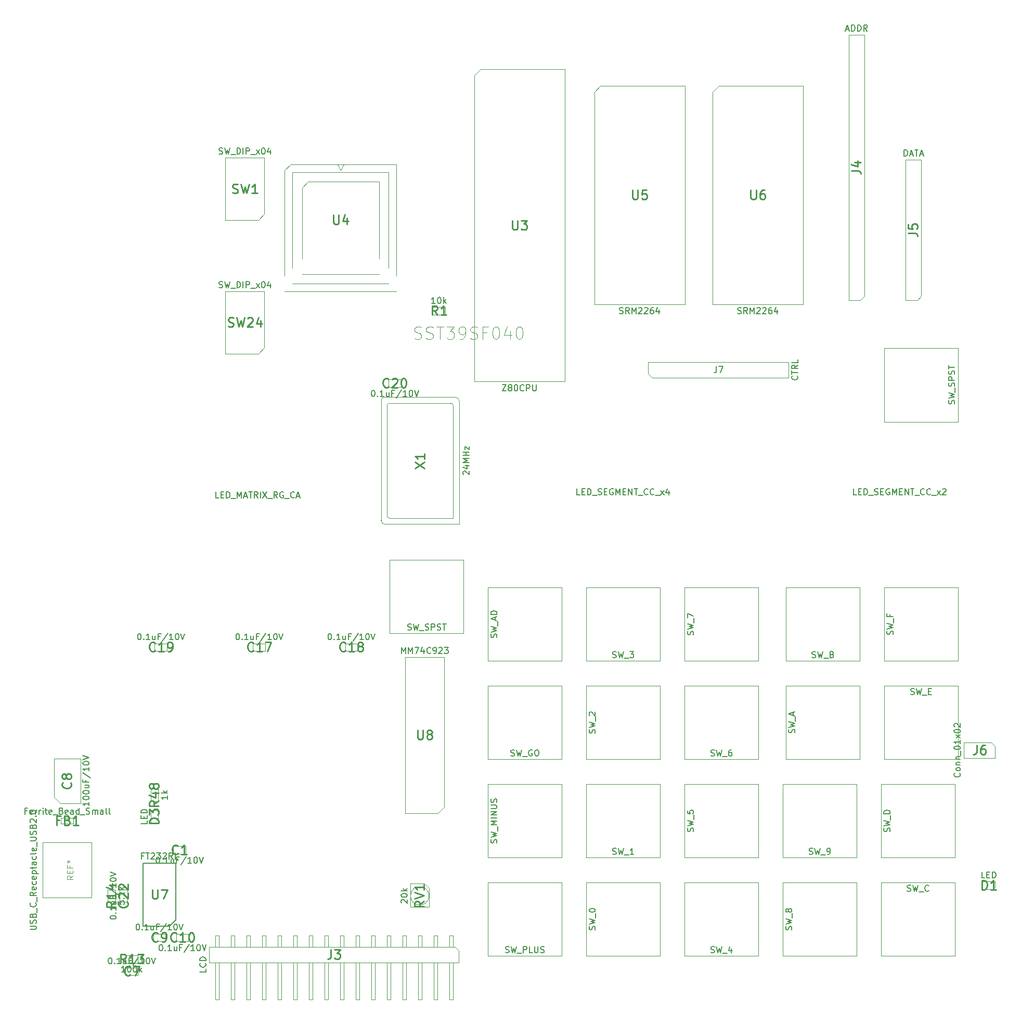
<source format=gbr>
G04 #@! TF.GenerationSoftware,KiCad,Pcbnew,5.1.7-a382d34a8~88~ubuntu20.04.1*
G04 #@! TF.CreationDate,2021-04-25T17:04:25-07:00*
G04 #@! TF.ProjectId,tec-1,7465632d-312e-46b6-9963-61645f706362,Apr2021*
G04 #@! TF.SameCoordinates,Original*
G04 #@! TF.FileFunction,Other,Fab,Top*
%FSLAX46Y46*%
G04 Gerber Fmt 4.6, Leading zero omitted, Abs format (unit mm)*
G04 Created by KiCad (PCBNEW 5.1.7-a382d34a8~88~ubuntu20.04.1) date 2021-04-25 17:04:25*
%MOMM*%
%LPD*%
G01*
G04 APERTURE LIST*
%ADD10C,0.100000*%
%ADD11C,0.120000*%
%ADD12C,0.150000*%
%ADD13C,0.250000*%
%ADD14C,0.015000*%
G04 APERTURE END LIST*
D10*
G04 #@! TO.C,J7*
X117570000Y-81260000D02*
X117570000Y-79355000D01*
X117570000Y-79355000D02*
X140430000Y-79355000D01*
X140430000Y-79355000D02*
X140430000Y-81895000D01*
X140430000Y-81895000D02*
X118205000Y-81895000D01*
X118205000Y-81895000D02*
X117570000Y-81260000D01*
G04 #@! TO.C,RV1*
X81900000Y-166200000D02*
G75*
G03*
X81900000Y-166200000I-1500000J0D01*
G01*
X81150000Y-164200000D02*
X78900000Y-164200000D01*
X78900000Y-164200000D02*
X78900000Y-168000000D01*
X78900000Y-168000000D02*
X81900000Y-168000000D01*
X81900000Y-168000000D02*
X81900000Y-164950000D01*
X81900000Y-164950000D02*
X81150000Y-164200000D01*
G04 #@! TO.C,R48*
X37825000Y-148800000D02*
X37825000Y-150800000D01*
X36575000Y-148800000D02*
X37825000Y-148800000D01*
X36575000Y-150800000D02*
X36575000Y-148800000D01*
X37825000Y-150800000D02*
X36575000Y-150800000D01*
G04 #@! TO.C,D3*
X36600000Y-154300000D02*
X37800000Y-154300000D01*
X36600000Y-152300000D02*
X36600000Y-154300000D01*
X37500000Y-152300000D02*
X36600000Y-152300000D01*
X37800000Y-152600000D02*
X37500000Y-152300000D01*
X37800000Y-154300000D02*
X37800000Y-152600000D01*
G04 #@! TO.C,J6*
X174070000Y-141865000D02*
X174070000Y-143770000D01*
X174070000Y-143770000D02*
X168990000Y-143770000D01*
X168990000Y-143770000D02*
X168990000Y-141230000D01*
X168990000Y-141230000D02*
X173435000Y-141230000D01*
X173435000Y-141230000D02*
X174070000Y-141865000D01*
G04 #@! TO.C,C22*
X31575000Y-167200000D02*
X31575000Y-165200000D01*
X32825000Y-167200000D02*
X31575000Y-167200000D01*
X32825000Y-165200000D02*
X32825000Y-167200000D01*
X31575000Y-165200000D02*
X32825000Y-165200000D01*
G04 #@! TO.C,X1*
X86790000Y-105730000D02*
X74740000Y-105730000D01*
X74090000Y-105080000D02*
X74090000Y-85680000D01*
X74740000Y-85030000D02*
X86140000Y-85030000D01*
X86790000Y-105730000D02*
X86790000Y-85680000D01*
X85790000Y-104730000D02*
X85790000Y-86380000D01*
X85790000Y-104730000D02*
X75440000Y-104730000D01*
X75090000Y-104380000D02*
X75090000Y-86380000D01*
X85440000Y-86030000D02*
X75440000Y-86030000D01*
X74090000Y-105080000D02*
G75*
G03*
X74740000Y-105730000I650000J0D01*
G01*
X74740000Y-85030000D02*
G75*
G03*
X74090000Y-85680000I0J-650000D01*
G01*
X86790000Y-85680000D02*
G75*
G03*
X86140000Y-85030000I-650000J0D01*
G01*
X75090000Y-104380000D02*
G75*
G03*
X75440000Y-104730000I350000J0D01*
G01*
X75440000Y-86030000D02*
G75*
G03*
X75090000Y-86380000I0J-350000D01*
G01*
X85790000Y-86380000D02*
G75*
G03*
X85440000Y-86030000I-350000J0D01*
G01*
G04 #@! TO.C,SW24*
X55115000Y-77020000D02*
X54115000Y-78020000D01*
X55115000Y-67860000D02*
X55115000Y-77020000D01*
X48765000Y-67860000D02*
X55115000Y-67860000D01*
X48765000Y-78020000D02*
X48765000Y-67860000D01*
X54115000Y-78020000D02*
X48765000Y-78020000D01*
G04 #@! TO.C,C20*
X77300000Y-83425000D02*
X75300000Y-83425000D01*
X77300000Y-82175000D02*
X77300000Y-83425000D01*
X75300000Y-82175000D02*
X77300000Y-82175000D01*
X75300000Y-83425000D02*
X75300000Y-82175000D01*
D11*
G04 #@! TO.C,SW23*
X168000000Y-89075000D02*
X156000000Y-89075000D01*
X168000000Y-77075000D02*
X168000000Y-89075000D01*
X156000000Y-77075000D02*
X168000000Y-77075000D01*
X156000000Y-89075000D02*
X156000000Y-77075000D01*
D10*
G04 #@! TO.C,U4*
X67500000Y-48160000D02*
X68000000Y-47160000D01*
X67000000Y-47160000D02*
X67500000Y-48160000D01*
X75320000Y-48430000D02*
X59680000Y-48430000D01*
X75320000Y-64070000D02*
X75320000Y-48430000D01*
X59680000Y-66610000D02*
X75320000Y-66610000D01*
X59680000Y-48430000D02*
X59680000Y-64070000D01*
X73785000Y-49965000D02*
X62215000Y-49965000D01*
X73785000Y-62535000D02*
X73785000Y-49965000D01*
X61215000Y-65075000D02*
X73785000Y-65075000D01*
X61215000Y-50965000D02*
X61215000Y-62535000D01*
X62215000Y-49965000D02*
X61215000Y-50965000D01*
X76590000Y-47160000D02*
X59410000Y-47160000D01*
X76590000Y-65340000D02*
X76590000Y-47160000D01*
X58410000Y-67880000D02*
X76590000Y-67880000D01*
X58410000Y-48160000D02*
X58410000Y-65340000D01*
X59410000Y-47160000D02*
X58410000Y-48160000D01*
G04 #@! TO.C,C8*
X20850000Y-143850000D02*
X20850000Y-150150000D01*
X20850000Y-150150000D02*
X21850000Y-151150000D01*
X21850000Y-151150000D02*
X25150000Y-151150000D01*
X25150000Y-151150000D02*
X25150000Y-143850000D01*
X25150000Y-143850000D02*
X20850000Y-143850000D01*
G04 #@! TO.C,U8*
X83365000Y-152770000D02*
X78015000Y-152770000D01*
X78015000Y-152770000D02*
X78015000Y-127370000D01*
X78015000Y-127370000D02*
X84365000Y-127370000D01*
X84365000Y-127370000D02*
X84365000Y-151770000D01*
X84365000Y-151770000D02*
X83365000Y-152770000D01*
G04 #@! TO.C,J5*
X162020000Y-68635000D02*
X161385000Y-69270000D01*
X162020000Y-46410000D02*
X162020000Y-68635000D01*
X159480000Y-46410000D02*
X162020000Y-46410000D01*
X159480000Y-69270000D02*
X159480000Y-46410000D01*
X161385000Y-69270000D02*
X159480000Y-69270000D01*
G04 #@! TO.C,J4*
X152770000Y-68635000D02*
X152135000Y-69270000D01*
X152770000Y-26090000D02*
X152770000Y-68635000D01*
X150230000Y-26090000D02*
X152770000Y-26090000D01*
X150230000Y-69270000D02*
X150230000Y-26090000D01*
X152135000Y-69270000D02*
X150230000Y-69270000D01*
D12*
G04 #@! TO.C,U7*
X39650000Y-171100000D02*
X35350000Y-171100000D01*
X35350000Y-171100000D02*
X35350000Y-160900000D01*
X35350000Y-160900000D02*
X40650000Y-160900000D01*
X40650000Y-160900000D02*
X40650000Y-170100000D01*
X40650000Y-170100000D02*
X39650000Y-171100000D01*
D10*
G04 #@! TO.C,U6*
X129055000Y-34400000D02*
X142785000Y-34400000D01*
X142785000Y-34400000D02*
X142785000Y-69960000D01*
X142785000Y-69960000D02*
X128055000Y-69960000D01*
X128055000Y-69960000D02*
X128055000Y-35400000D01*
X128055000Y-35400000D02*
X129055000Y-34400000D01*
G04 #@! TO.C,U5*
X109805000Y-34400000D02*
X123535000Y-34400000D01*
X123535000Y-34400000D02*
X123535000Y-69960000D01*
X123535000Y-69960000D02*
X108805000Y-69960000D01*
X108805000Y-69960000D02*
X108805000Y-35400000D01*
X108805000Y-35400000D02*
X109805000Y-34400000D01*
G04 #@! TO.C,U3*
X90255000Y-31730000D02*
X103985000Y-31730000D01*
X103985000Y-31730000D02*
X103985000Y-82530000D01*
X103985000Y-82530000D02*
X89255000Y-82530000D01*
X89255000Y-82530000D02*
X89255000Y-32730000D01*
X89255000Y-32730000D02*
X90255000Y-31730000D01*
D11*
G04 #@! TO.C,SW22*
X167500000Y-164000000D02*
X167500000Y-176000000D01*
X155500000Y-164000000D02*
X167500000Y-164000000D01*
X155500000Y-176000000D02*
X155500000Y-164000000D01*
X167500000Y-176000000D02*
X155500000Y-176000000D01*
G04 #@! TO.C,SW21*
X155500000Y-148000000D02*
X167500000Y-148000000D01*
X155500000Y-160000000D02*
X155500000Y-148000000D01*
X167500000Y-160000000D02*
X155500000Y-160000000D01*
X167500000Y-148000000D02*
X167500000Y-160000000D01*
G04 #@! TO.C,SW20*
X168000000Y-132000000D02*
X168000000Y-144000000D01*
X156000000Y-132000000D02*
X168000000Y-132000000D01*
X156000000Y-144000000D02*
X156000000Y-132000000D01*
X168000000Y-144000000D02*
X156000000Y-144000000D01*
G04 #@! TO.C,SW19*
X156000000Y-116000000D02*
X168000000Y-116000000D01*
X156000000Y-128000000D02*
X156000000Y-116000000D01*
X168000000Y-128000000D02*
X156000000Y-128000000D01*
X168000000Y-116000000D02*
X168000000Y-128000000D01*
G04 #@! TO.C,SW18*
X139500000Y-164000000D02*
X151500000Y-164000000D01*
X139500000Y-176000000D02*
X139500000Y-164000000D01*
X151500000Y-176000000D02*
X139500000Y-176000000D01*
X151500000Y-164000000D02*
X151500000Y-176000000D01*
G04 #@! TO.C,SW17*
X139500000Y-160000000D02*
X139500000Y-148000000D01*
X151500000Y-160000000D02*
X139500000Y-160000000D01*
X151500000Y-148000000D02*
X151500000Y-160000000D01*
X139500000Y-148000000D02*
X151500000Y-148000000D01*
G04 #@! TO.C,SW16*
X140000000Y-132000000D02*
X152000000Y-132000000D01*
X140000000Y-144000000D02*
X140000000Y-132000000D01*
X152000000Y-144000000D02*
X140000000Y-144000000D01*
X152000000Y-132000000D02*
X152000000Y-144000000D01*
G04 #@! TO.C,SW15*
X140000000Y-128000000D02*
X140000000Y-116000000D01*
X152000000Y-128000000D02*
X140000000Y-128000000D01*
X152000000Y-116000000D02*
X152000000Y-128000000D01*
X140000000Y-116000000D02*
X152000000Y-116000000D01*
G04 #@! TO.C,SW14*
X123500000Y-176000000D02*
X123500000Y-164000000D01*
X135500000Y-176000000D02*
X123500000Y-176000000D01*
X135500000Y-164000000D02*
X135500000Y-176000000D01*
X123500000Y-164000000D02*
X135500000Y-164000000D01*
G04 #@! TO.C,SW13*
X123500000Y-148000000D02*
X135500000Y-148000000D01*
X123500000Y-160000000D02*
X123500000Y-148000000D01*
X135500000Y-160000000D02*
X123500000Y-160000000D01*
X135500000Y-148000000D02*
X135500000Y-160000000D01*
G04 #@! TO.C,SW12*
X123500000Y-144000000D02*
X123500000Y-132000000D01*
X135500000Y-144000000D02*
X123500000Y-144000000D01*
X135500000Y-132000000D02*
X135500000Y-144000000D01*
X123500000Y-132000000D02*
X135500000Y-132000000D01*
G04 #@! TO.C,SW11*
X123500000Y-116000000D02*
X135500000Y-116000000D01*
X123500000Y-128000000D02*
X123500000Y-116000000D01*
X135500000Y-128000000D02*
X123500000Y-128000000D01*
X135500000Y-116000000D02*
X135500000Y-128000000D01*
G04 #@! TO.C,SW10*
X107500000Y-164000000D02*
X119500000Y-164000000D01*
X107500000Y-176000000D02*
X107500000Y-164000000D01*
X119500000Y-176000000D02*
X107500000Y-176000000D01*
X119500000Y-164000000D02*
X119500000Y-176000000D01*
G04 #@! TO.C,SW9*
X107500000Y-160000000D02*
X107500000Y-148000000D01*
X119500000Y-160000000D02*
X107500000Y-160000000D01*
X119500000Y-148000000D02*
X119500000Y-160000000D01*
X107500000Y-148000000D02*
X119500000Y-148000000D01*
G04 #@! TO.C,SW8*
X107500000Y-132000000D02*
X119500000Y-132000000D01*
X107500000Y-144000000D02*
X107500000Y-132000000D01*
X119500000Y-144000000D02*
X107500000Y-144000000D01*
X119500000Y-132000000D02*
X119500000Y-144000000D01*
G04 #@! TO.C,SW7*
X107500000Y-128000000D02*
X107500000Y-116000000D01*
X119500000Y-128000000D02*
X107500000Y-128000000D01*
X119500000Y-116000000D02*
X119500000Y-128000000D01*
X107500000Y-116000000D02*
X119500000Y-116000000D01*
G04 #@! TO.C,SW6*
X91500000Y-176000000D02*
X91500000Y-164000000D01*
X103500000Y-176000000D02*
X91500000Y-176000000D01*
X103500000Y-164000000D02*
X103500000Y-176000000D01*
X91500000Y-164000000D02*
X103500000Y-164000000D01*
G04 #@! TO.C,SW5*
X91500000Y-148000000D02*
X103500000Y-148000000D01*
X91500000Y-160000000D02*
X91500000Y-148000000D01*
X103500000Y-160000000D02*
X91500000Y-160000000D01*
X103500000Y-148000000D02*
X103500000Y-160000000D01*
G04 #@! TO.C,SW4*
X91500000Y-144000000D02*
X91500000Y-132000000D01*
X103500000Y-144000000D02*
X91500000Y-144000000D01*
X103500000Y-132000000D02*
X103500000Y-144000000D01*
X91500000Y-132000000D02*
X103500000Y-132000000D01*
G04 #@! TO.C,SW3*
X91500000Y-116000000D02*
X103500000Y-116000000D01*
X91500000Y-128000000D02*
X91500000Y-116000000D01*
X103500000Y-128000000D02*
X91500000Y-128000000D01*
X103500000Y-116000000D02*
X103500000Y-128000000D01*
G04 #@! TO.C,SW2*
X75500000Y-123500000D02*
X75500000Y-111500000D01*
X87500000Y-123500000D02*
X75500000Y-123500000D01*
X87500000Y-111500000D02*
X87500000Y-123500000D01*
X75500000Y-111500000D02*
X87500000Y-111500000D01*
D10*
G04 #@! TO.C,SW1*
X54115000Y-56270000D02*
X48765000Y-56270000D01*
X48765000Y-56270000D02*
X48765000Y-46110000D01*
X48765000Y-46110000D02*
X55115000Y-46110000D01*
X55115000Y-46110000D02*
X55115000Y-55270000D01*
X55115000Y-55270000D02*
X54115000Y-56270000D01*
G04 #@! TO.C,R14*
X30825000Y-167200000D02*
X29575000Y-167200000D01*
X29575000Y-167200000D02*
X29575000Y-165200000D01*
X29575000Y-165200000D02*
X30825000Y-165200000D01*
X30825000Y-165200000D02*
X30825000Y-167200000D01*
G04 #@! TO.C,R13*
X32500000Y-177125000D02*
X32500000Y-175875000D01*
X32500000Y-175875000D02*
X34500000Y-175875000D01*
X34500000Y-175875000D02*
X34500000Y-177125000D01*
X34500000Y-177125000D02*
X32500000Y-177125000D01*
G04 #@! TO.C,R1*
X84500000Y-70375000D02*
X84500000Y-71625000D01*
X84500000Y-71625000D02*
X82500000Y-71625000D01*
X82500000Y-71625000D02*
X82500000Y-70375000D01*
X82500000Y-70375000D02*
X84500000Y-70375000D01*
G04 #@! TO.C,J3*
X47080000Y-177040000D02*
X47080000Y-183040000D01*
X47720000Y-183040000D02*
X47080000Y-183040000D01*
X47720000Y-177040000D02*
X47720000Y-183040000D01*
X47080000Y-172680000D02*
X47080000Y-174500000D01*
X47720000Y-172680000D02*
X47080000Y-172680000D01*
X47720000Y-172680000D02*
X47720000Y-174500000D01*
X49620000Y-177040000D02*
X49620000Y-183040000D01*
X50260000Y-183040000D02*
X49620000Y-183040000D01*
X50260000Y-177040000D02*
X50260000Y-183040000D01*
X49620000Y-172680000D02*
X49620000Y-174500000D01*
X50260000Y-172680000D02*
X49620000Y-172680000D01*
X50260000Y-172680000D02*
X50260000Y-174500000D01*
X52160000Y-177040000D02*
X52160000Y-183040000D01*
X52800000Y-183040000D02*
X52160000Y-183040000D01*
X52800000Y-177040000D02*
X52800000Y-183040000D01*
X52160000Y-172680000D02*
X52160000Y-174500000D01*
X52800000Y-172680000D02*
X52160000Y-172680000D01*
X52800000Y-172680000D02*
X52800000Y-174500000D01*
X54700000Y-177040000D02*
X54700000Y-183040000D01*
X55340000Y-183040000D02*
X54700000Y-183040000D01*
X55340000Y-177040000D02*
X55340000Y-183040000D01*
X54700000Y-172680000D02*
X54700000Y-174500000D01*
X55340000Y-172680000D02*
X54700000Y-172680000D01*
X55340000Y-172680000D02*
X55340000Y-174500000D01*
X57240000Y-177040000D02*
X57240000Y-183040000D01*
X57880000Y-183040000D02*
X57240000Y-183040000D01*
X57880000Y-177040000D02*
X57880000Y-183040000D01*
X57240000Y-172680000D02*
X57240000Y-174500000D01*
X57880000Y-172680000D02*
X57240000Y-172680000D01*
X57880000Y-172680000D02*
X57880000Y-174500000D01*
X59780000Y-177040000D02*
X59780000Y-183040000D01*
X60420000Y-183040000D02*
X59780000Y-183040000D01*
X60420000Y-177040000D02*
X60420000Y-183040000D01*
X59780000Y-172680000D02*
X59780000Y-174500000D01*
X60420000Y-172680000D02*
X59780000Y-172680000D01*
X60420000Y-172680000D02*
X60420000Y-174500000D01*
X62320000Y-177040000D02*
X62320000Y-183040000D01*
X62960000Y-183040000D02*
X62320000Y-183040000D01*
X62960000Y-177040000D02*
X62960000Y-183040000D01*
X62320000Y-172680000D02*
X62320000Y-174500000D01*
X62960000Y-172680000D02*
X62320000Y-172680000D01*
X62960000Y-172680000D02*
X62960000Y-174500000D01*
X64860000Y-177040000D02*
X64860000Y-183040000D01*
X65500000Y-183040000D02*
X64860000Y-183040000D01*
X65500000Y-177040000D02*
X65500000Y-183040000D01*
X64860000Y-172680000D02*
X64860000Y-174500000D01*
X65500000Y-172680000D02*
X64860000Y-172680000D01*
X65500000Y-172680000D02*
X65500000Y-174500000D01*
X67400000Y-177040000D02*
X67400000Y-183040000D01*
X68040000Y-183040000D02*
X67400000Y-183040000D01*
X68040000Y-177040000D02*
X68040000Y-183040000D01*
X67400000Y-172680000D02*
X67400000Y-174500000D01*
X68040000Y-172680000D02*
X67400000Y-172680000D01*
X68040000Y-172680000D02*
X68040000Y-174500000D01*
X69940000Y-177040000D02*
X69940000Y-183040000D01*
X70580000Y-183040000D02*
X69940000Y-183040000D01*
X70580000Y-177040000D02*
X70580000Y-183040000D01*
X69940000Y-172680000D02*
X69940000Y-174500000D01*
X70580000Y-172680000D02*
X69940000Y-172680000D01*
X70580000Y-172680000D02*
X70580000Y-174500000D01*
X72480000Y-177040000D02*
X72480000Y-183040000D01*
X73120000Y-183040000D02*
X72480000Y-183040000D01*
X73120000Y-177040000D02*
X73120000Y-183040000D01*
X72480000Y-172680000D02*
X72480000Y-174500000D01*
X73120000Y-172680000D02*
X72480000Y-172680000D01*
X73120000Y-172680000D02*
X73120000Y-174500000D01*
X75020000Y-177040000D02*
X75020000Y-183040000D01*
X75660000Y-183040000D02*
X75020000Y-183040000D01*
X75660000Y-177040000D02*
X75660000Y-183040000D01*
X75020000Y-172680000D02*
X75020000Y-174500000D01*
X75660000Y-172680000D02*
X75020000Y-172680000D01*
X75660000Y-172680000D02*
X75660000Y-174500000D01*
X77560000Y-177040000D02*
X77560000Y-183040000D01*
X78200000Y-183040000D02*
X77560000Y-183040000D01*
X78200000Y-177040000D02*
X78200000Y-183040000D01*
X77560000Y-172680000D02*
X77560000Y-174500000D01*
X78200000Y-172680000D02*
X77560000Y-172680000D01*
X78200000Y-172680000D02*
X78200000Y-174500000D01*
X80100000Y-177040000D02*
X80100000Y-183040000D01*
X80740000Y-183040000D02*
X80100000Y-183040000D01*
X80740000Y-177040000D02*
X80740000Y-183040000D01*
X80100000Y-172680000D02*
X80100000Y-174500000D01*
X80740000Y-172680000D02*
X80100000Y-172680000D01*
X80740000Y-172680000D02*
X80740000Y-174500000D01*
X82640000Y-177040000D02*
X82640000Y-183040000D01*
X83280000Y-183040000D02*
X82640000Y-183040000D01*
X83280000Y-177040000D02*
X83280000Y-183040000D01*
X82640000Y-172680000D02*
X82640000Y-174500000D01*
X83280000Y-172680000D02*
X82640000Y-172680000D01*
X83280000Y-172680000D02*
X83280000Y-174500000D01*
X85180000Y-177040000D02*
X85180000Y-183040000D01*
X85820000Y-183040000D02*
X85180000Y-183040000D01*
X85820000Y-177040000D02*
X85820000Y-183040000D01*
X85180000Y-172680000D02*
X85180000Y-174500000D01*
X85820000Y-172680000D02*
X85180000Y-172680000D01*
X85820000Y-172680000D02*
X85820000Y-174500000D01*
X86135000Y-174500000D02*
X86770000Y-175135000D01*
X46130000Y-174500000D02*
X86135000Y-174500000D01*
X46130000Y-177040000D02*
X46130000Y-174500000D01*
X86770000Y-177040000D02*
X46130000Y-177040000D01*
X86770000Y-175135000D02*
X86770000Y-177040000D01*
D11*
G04 #@! TO.C,J1*
X26925000Y-157530000D02*
X26925000Y-166470000D01*
X26925000Y-166470000D02*
X18975000Y-166470000D01*
X18975000Y-166470000D02*
X18975000Y-157530000D01*
X26925000Y-157530000D02*
X18975000Y-157530000D01*
D10*
G04 #@! TO.C,FB1*
X24000000Y-153550000D02*
X24000000Y-154450000D01*
X24000000Y-154450000D02*
X22000000Y-154450000D01*
X22000000Y-154450000D02*
X22000000Y-153550000D01*
X22000000Y-153550000D02*
X24000000Y-153550000D01*
G04 #@! TO.C,D1*
X172000000Y-165100000D02*
X173700000Y-165100000D01*
X173700000Y-165100000D02*
X174000000Y-164800000D01*
X174000000Y-164800000D02*
X174000000Y-163900000D01*
X174000000Y-163900000D02*
X172000000Y-163900000D01*
X172000000Y-163900000D02*
X172000000Y-165100000D01*
G04 #@! TO.C,C19*
X39250000Y-125125000D02*
X39250000Y-126375000D01*
X39250000Y-126375000D02*
X37250000Y-126375000D01*
X37250000Y-126375000D02*
X37250000Y-125125000D01*
X37250000Y-125125000D02*
X39250000Y-125125000D01*
G04 #@! TO.C,C18*
X70250000Y-125125000D02*
X70250000Y-126375000D01*
X70250000Y-126375000D02*
X68250000Y-126375000D01*
X68250000Y-126375000D02*
X68250000Y-125125000D01*
X68250000Y-125125000D02*
X70250000Y-125125000D01*
G04 #@! TO.C,C17*
X55250000Y-125125000D02*
X55250000Y-126375000D01*
X55250000Y-126375000D02*
X53250000Y-126375000D01*
X53250000Y-126375000D02*
X53250000Y-125125000D01*
X53250000Y-125125000D02*
X55250000Y-125125000D01*
G04 #@! TO.C,C10*
X40750000Y-173625000D02*
X40750000Y-172375000D01*
X40750000Y-172375000D02*
X42750000Y-172375000D01*
X42750000Y-172375000D02*
X42750000Y-173625000D01*
X42750000Y-173625000D02*
X40750000Y-173625000D01*
G04 #@! TO.C,C9*
X39000000Y-172375000D02*
X39000000Y-173625000D01*
X39000000Y-173625000D02*
X37000000Y-173625000D01*
X37000000Y-173625000D02*
X37000000Y-172375000D01*
X37000000Y-172375000D02*
X39000000Y-172375000D01*
G04 #@! TO.C,C7*
X34500000Y-177875000D02*
X34500000Y-179125000D01*
X34500000Y-179125000D02*
X32500000Y-179125000D01*
X32500000Y-179125000D02*
X32500000Y-177875000D01*
X32500000Y-177875000D02*
X34500000Y-177875000D01*
G04 #@! TO.C,C1*
X40250000Y-159375000D02*
X40250000Y-158125000D01*
X40250000Y-158125000D02*
X42250000Y-158125000D01*
X42250000Y-158125000D02*
X42250000Y-159375000D01*
X42250000Y-159375000D02*
X40250000Y-159375000D01*
G04 #@! TD*
G04 #@! TO.C,J7*
D12*
X141847142Y-81601190D02*
X141894761Y-81648809D01*
X141942380Y-81791666D01*
X141942380Y-81886904D01*
X141894761Y-82029761D01*
X141799523Y-82125000D01*
X141704285Y-82172619D01*
X141513809Y-82220238D01*
X141370952Y-82220238D01*
X141180476Y-82172619D01*
X141085238Y-82125000D01*
X140990000Y-82029761D01*
X140942380Y-81886904D01*
X140942380Y-81791666D01*
X140990000Y-81648809D01*
X141037619Y-81601190D01*
X140942380Y-81315476D02*
X140942380Y-80744047D01*
X141942380Y-81029761D02*
X140942380Y-81029761D01*
X141942380Y-79839285D02*
X141466190Y-80172619D01*
X141942380Y-80410714D02*
X140942380Y-80410714D01*
X140942380Y-80029761D01*
X140990000Y-79934523D01*
X141037619Y-79886904D01*
X141132857Y-79839285D01*
X141275714Y-79839285D01*
X141370952Y-79886904D01*
X141418571Y-79934523D01*
X141466190Y-80029761D01*
X141466190Y-80410714D01*
X141942380Y-78934523D02*
X141942380Y-79410714D01*
X140942380Y-79410714D01*
X128666666Y-80077380D02*
X128666666Y-80791666D01*
X128619047Y-80934523D01*
X128523809Y-81029761D01*
X128380952Y-81077380D01*
X128285714Y-81077380D01*
X129047619Y-80077380D02*
X129714285Y-80077380D01*
X129285714Y-81077380D01*
G04 #@! TO.C,RV1*
X77447619Y-167366666D02*
X77400000Y-167319047D01*
X77352380Y-167223809D01*
X77352380Y-166985714D01*
X77400000Y-166890476D01*
X77447619Y-166842857D01*
X77542857Y-166795238D01*
X77638095Y-166795238D01*
X77780952Y-166842857D01*
X78352380Y-167414285D01*
X78352380Y-166795238D01*
X77352380Y-166176190D02*
X77352380Y-166080952D01*
X77400000Y-165985714D01*
X77447619Y-165938095D01*
X77542857Y-165890476D01*
X77733333Y-165842857D01*
X77971428Y-165842857D01*
X78161904Y-165890476D01*
X78257142Y-165938095D01*
X78304761Y-165985714D01*
X78352380Y-166080952D01*
X78352380Y-166176190D01*
X78304761Y-166271428D01*
X78257142Y-166319047D01*
X78161904Y-166366666D01*
X77971428Y-166414285D01*
X77733333Y-166414285D01*
X77542857Y-166366666D01*
X77447619Y-166319047D01*
X77400000Y-166271428D01*
X77352380Y-166176190D01*
X78352380Y-165414285D02*
X77352380Y-165414285D01*
X77971428Y-165319047D02*
X78352380Y-165033333D01*
X77685714Y-165033333D02*
X78066666Y-165414285D01*
D13*
X81078571Y-167092857D02*
X80364285Y-167592857D01*
X81078571Y-167950000D02*
X79578571Y-167950000D01*
X79578571Y-167378571D01*
X79650000Y-167235714D01*
X79721428Y-167164285D01*
X79864285Y-167092857D01*
X80078571Y-167092857D01*
X80221428Y-167164285D01*
X80292857Y-167235714D01*
X80364285Y-167378571D01*
X80364285Y-167950000D01*
X79578571Y-166664285D02*
X81078571Y-166164285D01*
X79578571Y-165664285D01*
X81078571Y-164378571D02*
X81078571Y-165235714D01*
X81078571Y-164807142D02*
X79578571Y-164807142D01*
X79792857Y-164950000D01*
X79935714Y-165092857D01*
X80007142Y-165235714D01*
G04 #@! TO.C,R48*
D12*
X39302380Y-149919047D02*
X39302380Y-150490476D01*
X39302380Y-150204761D02*
X38302380Y-150204761D01*
X38445238Y-150300000D01*
X38540476Y-150395238D01*
X38588095Y-150490476D01*
X39302380Y-149490476D02*
X38302380Y-149490476D01*
X38921428Y-149395238D02*
X39302380Y-149109523D01*
X38635714Y-149109523D02*
X39016666Y-149490476D01*
D13*
X37878571Y-150764285D02*
X37164285Y-151264285D01*
X37878571Y-151621428D02*
X36378571Y-151621428D01*
X36378571Y-151050000D01*
X36450000Y-150907142D01*
X36521428Y-150835714D01*
X36664285Y-150764285D01*
X36878571Y-150764285D01*
X37021428Y-150835714D01*
X37092857Y-150907142D01*
X37164285Y-151050000D01*
X37164285Y-151621428D01*
X36878571Y-149478571D02*
X37878571Y-149478571D01*
X36307142Y-149835714D02*
X37378571Y-150192857D01*
X37378571Y-149264285D01*
X37021428Y-148478571D02*
X36950000Y-148621428D01*
X36878571Y-148692857D01*
X36735714Y-148764285D01*
X36664285Y-148764285D01*
X36521428Y-148692857D01*
X36450000Y-148621428D01*
X36378571Y-148478571D01*
X36378571Y-148192857D01*
X36450000Y-148050000D01*
X36521428Y-147978571D01*
X36664285Y-147907142D01*
X36735714Y-147907142D01*
X36878571Y-147978571D01*
X36950000Y-148050000D01*
X37021428Y-148192857D01*
X37021428Y-148478571D01*
X37092857Y-148621428D01*
X37164285Y-148692857D01*
X37307142Y-148764285D01*
X37592857Y-148764285D01*
X37735714Y-148692857D01*
X37807142Y-148621428D01*
X37878571Y-148478571D01*
X37878571Y-148192857D01*
X37807142Y-148050000D01*
X37735714Y-147978571D01*
X37592857Y-147907142D01*
X37307142Y-147907142D01*
X37164285Y-147978571D01*
X37092857Y-148050000D01*
X37021428Y-148192857D01*
G04 #@! TO.C,D3*
D12*
X36002380Y-153942857D02*
X36002380Y-154419047D01*
X35002380Y-154419047D01*
X35478571Y-153609523D02*
X35478571Y-153276190D01*
X36002380Y-153133333D02*
X36002380Y-153609523D01*
X35002380Y-153609523D01*
X35002380Y-153133333D01*
X36002380Y-152704761D02*
X35002380Y-152704761D01*
X35002380Y-152466666D01*
X35050000Y-152323809D01*
X35145238Y-152228571D01*
X35240476Y-152180952D01*
X35430952Y-152133333D01*
X35573809Y-152133333D01*
X35764285Y-152180952D01*
X35859523Y-152228571D01*
X35954761Y-152323809D01*
X36002380Y-152466666D01*
X36002380Y-152704761D01*
D13*
X37878571Y-154407142D02*
X36378571Y-154407142D01*
X36378571Y-154050000D01*
X36450000Y-153835714D01*
X36592857Y-153692857D01*
X36735714Y-153621428D01*
X37021428Y-153550000D01*
X37235714Y-153550000D01*
X37521428Y-153621428D01*
X37664285Y-153692857D01*
X37807142Y-153835714D01*
X37878571Y-154050000D01*
X37878571Y-154407142D01*
X36378571Y-153050000D02*
X36378571Y-152121428D01*
X36950000Y-152621428D01*
X36950000Y-152407142D01*
X37021428Y-152264285D01*
X37092857Y-152192857D01*
X37235714Y-152121428D01*
X37592857Y-152121428D01*
X37735714Y-152192857D01*
X37807142Y-152264285D01*
X37878571Y-152407142D01*
X37878571Y-152835714D01*
X37807142Y-152978571D01*
X37735714Y-153050000D01*
G04 #@! TO.C,J6*
D12*
X168287142Y-146238095D02*
X168334761Y-146285714D01*
X168382380Y-146428571D01*
X168382380Y-146523809D01*
X168334761Y-146666666D01*
X168239523Y-146761904D01*
X168144285Y-146809523D01*
X167953809Y-146857142D01*
X167810952Y-146857142D01*
X167620476Y-146809523D01*
X167525238Y-146761904D01*
X167430000Y-146666666D01*
X167382380Y-146523809D01*
X167382380Y-146428571D01*
X167430000Y-146285714D01*
X167477619Y-146238095D01*
X168382380Y-145666666D02*
X168334761Y-145761904D01*
X168287142Y-145809523D01*
X168191904Y-145857142D01*
X167906190Y-145857142D01*
X167810952Y-145809523D01*
X167763333Y-145761904D01*
X167715714Y-145666666D01*
X167715714Y-145523809D01*
X167763333Y-145428571D01*
X167810952Y-145380952D01*
X167906190Y-145333333D01*
X168191904Y-145333333D01*
X168287142Y-145380952D01*
X168334761Y-145428571D01*
X168382380Y-145523809D01*
X168382380Y-145666666D01*
X167715714Y-144904761D02*
X168382380Y-144904761D01*
X167810952Y-144904761D02*
X167763333Y-144857142D01*
X167715714Y-144761904D01*
X167715714Y-144619047D01*
X167763333Y-144523809D01*
X167858571Y-144476190D01*
X168382380Y-144476190D01*
X167715714Y-144000000D02*
X168382380Y-144000000D01*
X167810952Y-144000000D02*
X167763333Y-143952380D01*
X167715714Y-143857142D01*
X167715714Y-143714285D01*
X167763333Y-143619047D01*
X167858571Y-143571428D01*
X168382380Y-143571428D01*
X168477619Y-143333333D02*
X168477619Y-142571428D01*
X167382380Y-142142857D02*
X167382380Y-142047619D01*
X167430000Y-141952380D01*
X167477619Y-141904761D01*
X167572857Y-141857142D01*
X167763333Y-141809523D01*
X168001428Y-141809523D01*
X168191904Y-141857142D01*
X168287142Y-141904761D01*
X168334761Y-141952380D01*
X168382380Y-142047619D01*
X168382380Y-142142857D01*
X168334761Y-142238095D01*
X168287142Y-142285714D01*
X168191904Y-142333333D01*
X168001428Y-142380952D01*
X167763333Y-142380952D01*
X167572857Y-142333333D01*
X167477619Y-142285714D01*
X167430000Y-142238095D01*
X167382380Y-142142857D01*
X168382380Y-140857142D02*
X168382380Y-141428571D01*
X168382380Y-141142857D02*
X167382380Y-141142857D01*
X167525238Y-141238095D01*
X167620476Y-141333333D01*
X167668095Y-141428571D01*
X168382380Y-140523809D02*
X167715714Y-140000000D01*
X167715714Y-140523809D02*
X168382380Y-140000000D01*
X167382380Y-139428571D02*
X167382380Y-139333333D01*
X167430000Y-139238095D01*
X167477619Y-139190476D01*
X167572857Y-139142857D01*
X167763333Y-139095238D01*
X168001428Y-139095238D01*
X168191904Y-139142857D01*
X168287142Y-139190476D01*
X168334761Y-139238095D01*
X168382380Y-139333333D01*
X168382380Y-139428571D01*
X168334761Y-139523809D01*
X168287142Y-139571428D01*
X168191904Y-139619047D01*
X168001428Y-139666666D01*
X167763333Y-139666666D01*
X167572857Y-139619047D01*
X167477619Y-139571428D01*
X167430000Y-139523809D01*
X167382380Y-139428571D01*
X167477619Y-138714285D02*
X167430000Y-138666666D01*
X167382380Y-138571428D01*
X167382380Y-138333333D01*
X167430000Y-138238095D01*
X167477619Y-138190476D01*
X167572857Y-138142857D01*
X167668095Y-138142857D01*
X167810952Y-138190476D01*
X168382380Y-138761904D01*
X168382380Y-138142857D01*
D13*
X171030000Y-141678571D02*
X171030000Y-142750000D01*
X170958571Y-142964285D01*
X170815714Y-143107142D01*
X170601428Y-143178571D01*
X170458571Y-143178571D01*
X172387142Y-141678571D02*
X172101428Y-141678571D01*
X171958571Y-141750000D01*
X171887142Y-141821428D01*
X171744285Y-142035714D01*
X171672857Y-142321428D01*
X171672857Y-142892857D01*
X171744285Y-143035714D01*
X171815714Y-143107142D01*
X171958571Y-143178571D01*
X172244285Y-143178571D01*
X172387142Y-143107142D01*
X172458571Y-143035714D01*
X172530000Y-142892857D01*
X172530000Y-142535714D01*
X172458571Y-142392857D01*
X172387142Y-142321428D01*
X172244285Y-142250000D01*
X171958571Y-142250000D01*
X171815714Y-142321428D01*
X171744285Y-142392857D01*
X171672857Y-142535714D01*
G04 #@! TO.C,C22*
D12*
X29972380Y-169747619D02*
X29972380Y-169652380D01*
X30020000Y-169557142D01*
X30067619Y-169509523D01*
X30162857Y-169461904D01*
X30353333Y-169414285D01*
X30591428Y-169414285D01*
X30781904Y-169461904D01*
X30877142Y-169509523D01*
X30924761Y-169557142D01*
X30972380Y-169652380D01*
X30972380Y-169747619D01*
X30924761Y-169842857D01*
X30877142Y-169890476D01*
X30781904Y-169938095D01*
X30591428Y-169985714D01*
X30353333Y-169985714D01*
X30162857Y-169938095D01*
X30067619Y-169890476D01*
X30020000Y-169842857D01*
X29972380Y-169747619D01*
X30877142Y-168985714D02*
X30924761Y-168938095D01*
X30972380Y-168985714D01*
X30924761Y-169033333D01*
X30877142Y-168985714D01*
X30972380Y-168985714D01*
X30972380Y-167985714D02*
X30972380Y-168557142D01*
X30972380Y-168271428D02*
X29972380Y-168271428D01*
X30115238Y-168366666D01*
X30210476Y-168461904D01*
X30258095Y-168557142D01*
X30305714Y-167128571D02*
X30972380Y-167128571D01*
X30305714Y-167557142D02*
X30829523Y-167557142D01*
X30924761Y-167509523D01*
X30972380Y-167414285D01*
X30972380Y-167271428D01*
X30924761Y-167176190D01*
X30877142Y-167128571D01*
X30448571Y-166319047D02*
X30448571Y-166652380D01*
X30972380Y-166652380D02*
X29972380Y-166652380D01*
X29972380Y-166176190D01*
X29924761Y-165080952D02*
X31210476Y-165938095D01*
X30972380Y-164223809D02*
X30972380Y-164795238D01*
X30972380Y-164509523D02*
X29972380Y-164509523D01*
X30115238Y-164604761D01*
X30210476Y-164700000D01*
X30258095Y-164795238D01*
X29972380Y-163604761D02*
X29972380Y-163509523D01*
X30020000Y-163414285D01*
X30067619Y-163366666D01*
X30162857Y-163319047D01*
X30353333Y-163271428D01*
X30591428Y-163271428D01*
X30781904Y-163319047D01*
X30877142Y-163366666D01*
X30924761Y-163414285D01*
X30972380Y-163509523D01*
X30972380Y-163604761D01*
X30924761Y-163700000D01*
X30877142Y-163747619D01*
X30781904Y-163795238D01*
X30591428Y-163842857D01*
X30353333Y-163842857D01*
X30162857Y-163795238D01*
X30067619Y-163747619D01*
X30020000Y-163700000D01*
X29972380Y-163604761D01*
X29972380Y-162985714D02*
X30972380Y-162652380D01*
X29972380Y-162319047D01*
D13*
X32735714Y-167164285D02*
X32807142Y-167235714D01*
X32878571Y-167450000D01*
X32878571Y-167592857D01*
X32807142Y-167807142D01*
X32664285Y-167950000D01*
X32521428Y-168021428D01*
X32235714Y-168092857D01*
X32021428Y-168092857D01*
X31735714Y-168021428D01*
X31592857Y-167950000D01*
X31450000Y-167807142D01*
X31378571Y-167592857D01*
X31378571Y-167450000D01*
X31450000Y-167235714D01*
X31521428Y-167164285D01*
X31521428Y-166592857D02*
X31450000Y-166521428D01*
X31378571Y-166378571D01*
X31378571Y-166021428D01*
X31450000Y-165878571D01*
X31521428Y-165807142D01*
X31664285Y-165735714D01*
X31807142Y-165735714D01*
X32021428Y-165807142D01*
X32878571Y-166664285D01*
X32878571Y-165735714D01*
X31521428Y-165164285D02*
X31450000Y-165092857D01*
X31378571Y-164950000D01*
X31378571Y-164592857D01*
X31450000Y-164450000D01*
X31521428Y-164378571D01*
X31664285Y-164307142D01*
X31807142Y-164307142D01*
X32021428Y-164378571D01*
X32878571Y-165235714D01*
X32878571Y-164307142D01*
G04 #@! TO.C,X1*
D12*
X87537619Y-97641904D02*
X87490000Y-97594285D01*
X87442380Y-97499047D01*
X87442380Y-97260952D01*
X87490000Y-97165714D01*
X87537619Y-97118095D01*
X87632857Y-97070476D01*
X87728095Y-97070476D01*
X87870952Y-97118095D01*
X88442380Y-97689523D01*
X88442380Y-97070476D01*
X87775714Y-96213333D02*
X88442380Y-96213333D01*
X87394761Y-96451428D02*
X88109047Y-96689523D01*
X88109047Y-96070476D01*
X88442380Y-95689523D02*
X87442380Y-95689523D01*
X88156666Y-95356190D01*
X87442380Y-95022857D01*
X88442380Y-95022857D01*
X88442380Y-94546666D02*
X87442380Y-94546666D01*
X87918571Y-94546666D02*
X87918571Y-93975238D01*
X88442380Y-93975238D02*
X87442380Y-93975238D01*
X87775714Y-93594285D02*
X87775714Y-93070476D01*
X88442380Y-93594285D01*
X88442380Y-93070476D01*
D13*
X79618571Y-96594285D02*
X81118571Y-95594285D01*
X79618571Y-95594285D02*
X81118571Y-96594285D01*
X81118571Y-94237142D02*
X81118571Y-95094285D01*
X81118571Y-94665714D02*
X79618571Y-94665714D01*
X79832857Y-94808571D01*
X79975714Y-94951428D01*
X80047142Y-95094285D01*
G04 #@! TO.C,SW24*
D12*
X47725714Y-67204761D02*
X47868571Y-67252380D01*
X48106666Y-67252380D01*
X48201904Y-67204761D01*
X48249523Y-67157142D01*
X48297142Y-67061904D01*
X48297142Y-66966666D01*
X48249523Y-66871428D01*
X48201904Y-66823809D01*
X48106666Y-66776190D01*
X47916190Y-66728571D01*
X47820952Y-66680952D01*
X47773333Y-66633333D01*
X47725714Y-66538095D01*
X47725714Y-66442857D01*
X47773333Y-66347619D01*
X47820952Y-66300000D01*
X47916190Y-66252380D01*
X48154285Y-66252380D01*
X48297142Y-66300000D01*
X48630476Y-66252380D02*
X48868571Y-67252380D01*
X49059047Y-66538095D01*
X49249523Y-67252380D01*
X49487619Y-66252380D01*
X49630476Y-67347619D02*
X50392380Y-67347619D01*
X50630476Y-67252380D02*
X50630476Y-66252380D01*
X50868571Y-66252380D01*
X51011428Y-66300000D01*
X51106666Y-66395238D01*
X51154285Y-66490476D01*
X51201904Y-66680952D01*
X51201904Y-66823809D01*
X51154285Y-67014285D01*
X51106666Y-67109523D01*
X51011428Y-67204761D01*
X50868571Y-67252380D01*
X50630476Y-67252380D01*
X51630476Y-67252380D02*
X51630476Y-66252380D01*
X52106666Y-67252380D02*
X52106666Y-66252380D01*
X52487619Y-66252380D01*
X52582857Y-66300000D01*
X52630476Y-66347619D01*
X52678095Y-66442857D01*
X52678095Y-66585714D01*
X52630476Y-66680952D01*
X52582857Y-66728571D01*
X52487619Y-66776190D01*
X52106666Y-66776190D01*
X52868571Y-67347619D02*
X53630476Y-67347619D01*
X53773333Y-67252380D02*
X54297142Y-66585714D01*
X53773333Y-66585714D02*
X54297142Y-67252380D01*
X54868571Y-66252380D02*
X54963809Y-66252380D01*
X55059047Y-66300000D01*
X55106666Y-66347619D01*
X55154285Y-66442857D01*
X55201904Y-66633333D01*
X55201904Y-66871428D01*
X55154285Y-67061904D01*
X55106666Y-67157142D01*
X55059047Y-67204761D01*
X54963809Y-67252380D01*
X54868571Y-67252380D01*
X54773333Y-67204761D01*
X54725714Y-67157142D01*
X54678095Y-67061904D01*
X54630476Y-66871428D01*
X54630476Y-66633333D01*
X54678095Y-66442857D01*
X54725714Y-66347619D01*
X54773333Y-66300000D01*
X54868571Y-66252380D01*
X56059047Y-66585714D02*
X56059047Y-67252380D01*
X55820952Y-66204761D02*
X55582857Y-66919047D01*
X56201904Y-66919047D01*
D13*
X49225714Y-73547142D02*
X49440000Y-73618571D01*
X49797142Y-73618571D01*
X49940000Y-73547142D01*
X50011428Y-73475714D01*
X50082857Y-73332857D01*
X50082857Y-73190000D01*
X50011428Y-73047142D01*
X49940000Y-72975714D01*
X49797142Y-72904285D01*
X49511428Y-72832857D01*
X49368571Y-72761428D01*
X49297142Y-72690000D01*
X49225714Y-72547142D01*
X49225714Y-72404285D01*
X49297142Y-72261428D01*
X49368571Y-72190000D01*
X49511428Y-72118571D01*
X49868571Y-72118571D01*
X50082857Y-72190000D01*
X50582857Y-72118571D02*
X50940000Y-73618571D01*
X51225714Y-72547142D01*
X51511428Y-73618571D01*
X51868571Y-72118571D01*
X52368571Y-72261428D02*
X52440000Y-72190000D01*
X52582857Y-72118571D01*
X52940000Y-72118571D01*
X53082857Y-72190000D01*
X53154285Y-72261428D01*
X53225714Y-72404285D01*
X53225714Y-72547142D01*
X53154285Y-72761428D01*
X52297142Y-73618571D01*
X53225714Y-73618571D01*
X54511428Y-72618571D02*
X54511428Y-73618571D01*
X54154285Y-72047142D02*
X53797142Y-73118571D01*
X54725714Y-73118571D01*
G04 #@! TO.C,C20*
D12*
X72752380Y-83932380D02*
X72847619Y-83932380D01*
X72942857Y-83980000D01*
X72990476Y-84027619D01*
X73038095Y-84122857D01*
X73085714Y-84313333D01*
X73085714Y-84551428D01*
X73038095Y-84741904D01*
X72990476Y-84837142D01*
X72942857Y-84884761D01*
X72847619Y-84932380D01*
X72752380Y-84932380D01*
X72657142Y-84884761D01*
X72609523Y-84837142D01*
X72561904Y-84741904D01*
X72514285Y-84551428D01*
X72514285Y-84313333D01*
X72561904Y-84122857D01*
X72609523Y-84027619D01*
X72657142Y-83980000D01*
X72752380Y-83932380D01*
X73514285Y-84837142D02*
X73561904Y-84884761D01*
X73514285Y-84932380D01*
X73466666Y-84884761D01*
X73514285Y-84837142D01*
X73514285Y-84932380D01*
X74514285Y-84932380D02*
X73942857Y-84932380D01*
X74228571Y-84932380D02*
X74228571Y-83932380D01*
X74133333Y-84075238D01*
X74038095Y-84170476D01*
X73942857Y-84218095D01*
X75371428Y-84265714D02*
X75371428Y-84932380D01*
X74942857Y-84265714D02*
X74942857Y-84789523D01*
X74990476Y-84884761D01*
X75085714Y-84932380D01*
X75228571Y-84932380D01*
X75323809Y-84884761D01*
X75371428Y-84837142D01*
X76180952Y-84408571D02*
X75847619Y-84408571D01*
X75847619Y-84932380D02*
X75847619Y-83932380D01*
X76323809Y-83932380D01*
X77419047Y-83884761D02*
X76561904Y-85170476D01*
X78276190Y-84932380D02*
X77704761Y-84932380D01*
X77990476Y-84932380D02*
X77990476Y-83932380D01*
X77895238Y-84075238D01*
X77800000Y-84170476D01*
X77704761Y-84218095D01*
X78895238Y-83932380D02*
X78990476Y-83932380D01*
X79085714Y-83980000D01*
X79133333Y-84027619D01*
X79180952Y-84122857D01*
X79228571Y-84313333D01*
X79228571Y-84551428D01*
X79180952Y-84741904D01*
X79133333Y-84837142D01*
X79085714Y-84884761D01*
X78990476Y-84932380D01*
X78895238Y-84932380D01*
X78800000Y-84884761D01*
X78752380Y-84837142D01*
X78704761Y-84741904D01*
X78657142Y-84551428D01*
X78657142Y-84313333D01*
X78704761Y-84122857D01*
X78752380Y-84027619D01*
X78800000Y-83980000D01*
X78895238Y-83932380D01*
X79514285Y-83932380D02*
X79847619Y-84932380D01*
X80180952Y-83932380D01*
D13*
X75335714Y-83335714D02*
X75264285Y-83407142D01*
X75050000Y-83478571D01*
X74907142Y-83478571D01*
X74692857Y-83407142D01*
X74550000Y-83264285D01*
X74478571Y-83121428D01*
X74407142Y-82835714D01*
X74407142Y-82621428D01*
X74478571Y-82335714D01*
X74550000Y-82192857D01*
X74692857Y-82050000D01*
X74907142Y-81978571D01*
X75050000Y-81978571D01*
X75264285Y-82050000D01*
X75335714Y-82121428D01*
X75907142Y-82121428D02*
X75978571Y-82050000D01*
X76121428Y-81978571D01*
X76478571Y-81978571D01*
X76621428Y-82050000D01*
X76692857Y-82121428D01*
X76764285Y-82264285D01*
X76764285Y-82407142D01*
X76692857Y-82621428D01*
X75835714Y-83478571D01*
X76764285Y-83478571D01*
X77692857Y-81978571D02*
X77835714Y-81978571D01*
X77978571Y-82050000D01*
X78050000Y-82121428D01*
X78121428Y-82264285D01*
X78192857Y-82550000D01*
X78192857Y-82907142D01*
X78121428Y-83192857D01*
X78050000Y-83335714D01*
X77978571Y-83407142D01*
X77835714Y-83478571D01*
X77692857Y-83478571D01*
X77550000Y-83407142D01*
X77478571Y-83335714D01*
X77407142Y-83192857D01*
X77335714Y-82907142D01*
X77335714Y-82550000D01*
X77407142Y-82264285D01*
X77478571Y-82121428D01*
X77550000Y-82050000D01*
X77692857Y-81978571D01*
G04 #@! TO.C,SW23*
D12*
X167404761Y-86146428D02*
X167452380Y-86003571D01*
X167452380Y-85765476D01*
X167404761Y-85670238D01*
X167357142Y-85622619D01*
X167261904Y-85575000D01*
X167166666Y-85575000D01*
X167071428Y-85622619D01*
X167023809Y-85670238D01*
X166976190Y-85765476D01*
X166928571Y-85955952D01*
X166880952Y-86051190D01*
X166833333Y-86098809D01*
X166738095Y-86146428D01*
X166642857Y-86146428D01*
X166547619Y-86098809D01*
X166500000Y-86051190D01*
X166452380Y-85955952D01*
X166452380Y-85717857D01*
X166500000Y-85575000D01*
X166452380Y-85241666D02*
X167452380Y-85003571D01*
X166738095Y-84813095D01*
X167452380Y-84622619D01*
X166452380Y-84384523D01*
X167547619Y-84241666D02*
X167547619Y-83479761D01*
X167404761Y-83289285D02*
X167452380Y-83146428D01*
X167452380Y-82908333D01*
X167404761Y-82813095D01*
X167357142Y-82765476D01*
X167261904Y-82717857D01*
X167166666Y-82717857D01*
X167071428Y-82765476D01*
X167023809Y-82813095D01*
X166976190Y-82908333D01*
X166928571Y-83098809D01*
X166880952Y-83194047D01*
X166833333Y-83241666D01*
X166738095Y-83289285D01*
X166642857Y-83289285D01*
X166547619Y-83241666D01*
X166500000Y-83194047D01*
X166452380Y-83098809D01*
X166452380Y-82860714D01*
X166500000Y-82717857D01*
X167452380Y-82289285D02*
X166452380Y-82289285D01*
X166452380Y-81908333D01*
X166500000Y-81813095D01*
X166547619Y-81765476D01*
X166642857Y-81717857D01*
X166785714Y-81717857D01*
X166880952Y-81765476D01*
X166928571Y-81813095D01*
X166976190Y-81908333D01*
X166976190Y-82289285D01*
X167404761Y-81336904D02*
X167452380Y-81194047D01*
X167452380Y-80955952D01*
X167404761Y-80860714D01*
X167357142Y-80813095D01*
X167261904Y-80765476D01*
X167166666Y-80765476D01*
X167071428Y-80813095D01*
X167023809Y-80860714D01*
X166976190Y-80955952D01*
X166928571Y-81146428D01*
X166880952Y-81241666D01*
X166833333Y-81289285D01*
X166738095Y-81336904D01*
X166642857Y-81336904D01*
X166547619Y-81289285D01*
X166500000Y-81241666D01*
X166452380Y-81146428D01*
X166452380Y-80908333D01*
X166500000Y-80765476D01*
X166452380Y-80479761D02*
X166452380Y-79908333D01*
X167452380Y-80194047D02*
X166452380Y-80194047D01*
G04 #@! TO.C,U4*
D14*
X79537134Y-75501332D02*
X79821540Y-75596134D01*
X80295550Y-75596134D01*
X80485155Y-75501332D01*
X80579957Y-75406530D01*
X80674759Y-75216926D01*
X80674759Y-75027322D01*
X80579957Y-74837718D01*
X80485155Y-74742916D01*
X80295550Y-74648113D01*
X79916342Y-74553311D01*
X79726738Y-74458509D01*
X79631936Y-74363707D01*
X79537134Y-74174103D01*
X79537134Y-73984499D01*
X79631936Y-73794895D01*
X79726738Y-73700093D01*
X79916342Y-73605291D01*
X80390353Y-73605291D01*
X80674759Y-73700093D01*
X81433175Y-75501332D02*
X81717581Y-75596134D01*
X82191591Y-75596134D01*
X82381196Y-75501332D01*
X82475998Y-75406530D01*
X82570800Y-75216926D01*
X82570800Y-75027322D01*
X82475998Y-74837718D01*
X82381196Y-74742916D01*
X82191591Y-74648113D01*
X81812383Y-74553311D01*
X81622779Y-74458509D01*
X81527977Y-74363707D01*
X81433175Y-74174103D01*
X81433175Y-73984499D01*
X81527977Y-73794895D01*
X81622779Y-73700093D01*
X81812383Y-73605291D01*
X82286393Y-73605291D01*
X82570800Y-73700093D01*
X83139612Y-73605291D02*
X84277236Y-73605291D01*
X83708424Y-75596134D02*
X83708424Y-73605291D01*
X84751247Y-73605291D02*
X85983673Y-73605291D01*
X85320059Y-74363707D01*
X85604465Y-74363707D01*
X85794069Y-74458509D01*
X85888871Y-74553311D01*
X85983673Y-74742916D01*
X85983673Y-75216926D01*
X85888871Y-75406530D01*
X85794069Y-75501332D01*
X85604465Y-75596134D01*
X85035653Y-75596134D01*
X84846049Y-75501332D01*
X84751247Y-75406530D01*
X86931694Y-75596134D02*
X87310902Y-75596134D01*
X87500506Y-75501332D01*
X87595308Y-75406530D01*
X87784912Y-75122124D01*
X87879714Y-74742916D01*
X87879714Y-73984499D01*
X87784912Y-73794895D01*
X87690110Y-73700093D01*
X87500506Y-73605291D01*
X87121298Y-73605291D01*
X86931694Y-73700093D01*
X86836892Y-73794895D01*
X86742090Y-73984499D01*
X86742090Y-74458509D01*
X86836892Y-74648113D01*
X86931694Y-74742916D01*
X87121298Y-74837718D01*
X87500506Y-74837718D01*
X87690110Y-74742916D01*
X87784912Y-74648113D01*
X87879714Y-74458509D01*
X88638131Y-75501332D02*
X88922537Y-75596134D01*
X89396547Y-75596134D01*
X89586151Y-75501332D01*
X89680953Y-75406530D01*
X89775755Y-75216926D01*
X89775755Y-75027322D01*
X89680953Y-74837718D01*
X89586151Y-74742916D01*
X89396547Y-74648113D01*
X89017339Y-74553311D01*
X88827735Y-74458509D01*
X88732933Y-74363707D01*
X88638131Y-74174103D01*
X88638131Y-73984499D01*
X88732933Y-73794895D01*
X88827735Y-73700093D01*
X89017339Y-73605291D01*
X89491349Y-73605291D01*
X89775755Y-73700093D01*
X91292588Y-74553311D02*
X90628974Y-74553311D01*
X90628974Y-75596134D02*
X90628974Y-73605291D01*
X91576994Y-73605291D01*
X92714619Y-73605291D02*
X92904223Y-73605291D01*
X93093827Y-73700093D01*
X93188629Y-73794895D01*
X93283431Y-73984499D01*
X93378233Y-74363707D01*
X93378233Y-74837718D01*
X93283431Y-75216926D01*
X93188629Y-75406530D01*
X93093827Y-75501332D01*
X92904223Y-75596134D01*
X92714619Y-75596134D01*
X92525015Y-75501332D01*
X92430213Y-75406530D01*
X92335411Y-75216926D01*
X92240608Y-74837718D01*
X92240608Y-74363707D01*
X92335411Y-73984499D01*
X92430213Y-73794895D01*
X92525015Y-73700093D01*
X92714619Y-73605291D01*
X95084670Y-74268905D02*
X95084670Y-75596134D01*
X94610660Y-73510489D02*
X94136649Y-74932520D01*
X95369076Y-74932520D01*
X96506701Y-73605291D02*
X96696305Y-73605291D01*
X96885909Y-73700093D01*
X96980711Y-73794895D01*
X97075513Y-73984499D01*
X97170315Y-74363707D01*
X97170315Y-74837718D01*
X97075513Y-75216926D01*
X96980711Y-75406530D01*
X96885909Y-75501332D01*
X96696305Y-75596134D01*
X96506701Y-75596134D01*
X96317097Y-75501332D01*
X96222294Y-75406530D01*
X96127492Y-75216926D01*
X96032690Y-74837718D01*
X96032690Y-74363707D01*
X96127492Y-73984499D01*
X96222294Y-73794895D01*
X96317097Y-73700093D01*
X96506701Y-73605291D01*
D13*
X66357142Y-55428571D02*
X66357142Y-56642857D01*
X66428571Y-56785714D01*
X66500000Y-56857142D01*
X66642857Y-56928571D01*
X66928571Y-56928571D01*
X67071428Y-56857142D01*
X67142857Y-56785714D01*
X67214285Y-56642857D01*
X67214285Y-55428571D01*
X68571428Y-55928571D02*
X68571428Y-56928571D01*
X68214285Y-55357142D02*
X67857142Y-56428571D01*
X68785714Y-56428571D01*
G04 #@! TO.C,C8*
D12*
X26552380Y-150952380D02*
X26552380Y-151523809D01*
X26552380Y-151238095D02*
X25552380Y-151238095D01*
X25695238Y-151333333D01*
X25790476Y-151428571D01*
X25838095Y-151523809D01*
X25552380Y-150333333D02*
X25552380Y-150238095D01*
X25600000Y-150142857D01*
X25647619Y-150095238D01*
X25742857Y-150047619D01*
X25933333Y-150000000D01*
X26171428Y-150000000D01*
X26361904Y-150047619D01*
X26457142Y-150095238D01*
X26504761Y-150142857D01*
X26552380Y-150238095D01*
X26552380Y-150333333D01*
X26504761Y-150428571D01*
X26457142Y-150476190D01*
X26361904Y-150523809D01*
X26171428Y-150571428D01*
X25933333Y-150571428D01*
X25742857Y-150523809D01*
X25647619Y-150476190D01*
X25600000Y-150428571D01*
X25552380Y-150333333D01*
X25552380Y-149380952D02*
X25552380Y-149285714D01*
X25600000Y-149190476D01*
X25647619Y-149142857D01*
X25742857Y-149095238D01*
X25933333Y-149047619D01*
X26171428Y-149047619D01*
X26361904Y-149095238D01*
X26457142Y-149142857D01*
X26504761Y-149190476D01*
X26552380Y-149285714D01*
X26552380Y-149380952D01*
X26504761Y-149476190D01*
X26457142Y-149523809D01*
X26361904Y-149571428D01*
X26171428Y-149619047D01*
X25933333Y-149619047D01*
X25742857Y-149571428D01*
X25647619Y-149523809D01*
X25600000Y-149476190D01*
X25552380Y-149380952D01*
X25885714Y-148190476D02*
X26552380Y-148190476D01*
X25885714Y-148619047D02*
X26409523Y-148619047D01*
X26504761Y-148571428D01*
X26552380Y-148476190D01*
X26552380Y-148333333D01*
X26504761Y-148238095D01*
X26457142Y-148190476D01*
X26028571Y-147380952D02*
X26028571Y-147714285D01*
X26552380Y-147714285D02*
X25552380Y-147714285D01*
X25552380Y-147238095D01*
X25504761Y-146142857D02*
X26790476Y-147000000D01*
X26552380Y-145285714D02*
X26552380Y-145857142D01*
X26552380Y-145571428D02*
X25552380Y-145571428D01*
X25695238Y-145666666D01*
X25790476Y-145761904D01*
X25838095Y-145857142D01*
X25552380Y-144666666D02*
X25552380Y-144571428D01*
X25600000Y-144476190D01*
X25647619Y-144428571D01*
X25742857Y-144380952D01*
X25933333Y-144333333D01*
X26171428Y-144333333D01*
X26361904Y-144380952D01*
X26457142Y-144428571D01*
X26504761Y-144476190D01*
X26552380Y-144571428D01*
X26552380Y-144666666D01*
X26504761Y-144761904D01*
X26457142Y-144809523D01*
X26361904Y-144857142D01*
X26171428Y-144904761D01*
X25933333Y-144904761D01*
X25742857Y-144857142D01*
X25647619Y-144809523D01*
X25600000Y-144761904D01*
X25552380Y-144666666D01*
X25552380Y-144047619D02*
X26552380Y-143714285D01*
X25552380Y-143380952D01*
D13*
X23535714Y-147750000D02*
X23607142Y-147821428D01*
X23678571Y-148035714D01*
X23678571Y-148178571D01*
X23607142Y-148392857D01*
X23464285Y-148535714D01*
X23321428Y-148607142D01*
X23035714Y-148678571D01*
X22821428Y-148678571D01*
X22535714Y-148607142D01*
X22392857Y-148535714D01*
X22250000Y-148392857D01*
X22178571Y-148178571D01*
X22178571Y-148035714D01*
X22250000Y-147821428D01*
X22321428Y-147750000D01*
X22821428Y-146892857D02*
X22750000Y-147035714D01*
X22678571Y-147107142D01*
X22535714Y-147178571D01*
X22464285Y-147178571D01*
X22321428Y-147107142D01*
X22250000Y-147035714D01*
X22178571Y-146892857D01*
X22178571Y-146607142D01*
X22250000Y-146464285D01*
X22321428Y-146392857D01*
X22464285Y-146321428D01*
X22535714Y-146321428D01*
X22678571Y-146392857D01*
X22750000Y-146464285D01*
X22821428Y-146607142D01*
X22821428Y-146892857D01*
X22892857Y-147035714D01*
X22964285Y-147107142D01*
X23107142Y-147178571D01*
X23392857Y-147178571D01*
X23535714Y-147107142D01*
X23607142Y-147035714D01*
X23678571Y-146892857D01*
X23678571Y-146607142D01*
X23607142Y-146464285D01*
X23535714Y-146392857D01*
X23392857Y-146321428D01*
X23107142Y-146321428D01*
X22964285Y-146392857D01*
X22892857Y-146464285D01*
X22821428Y-146607142D01*
G04 #@! TO.C,U8*
D12*
X77404285Y-126762380D02*
X77404285Y-125762380D01*
X77737619Y-126476666D01*
X78070952Y-125762380D01*
X78070952Y-126762380D01*
X78547142Y-126762380D02*
X78547142Y-125762380D01*
X78880476Y-126476666D01*
X79213809Y-125762380D01*
X79213809Y-126762380D01*
X79594761Y-125762380D02*
X80261428Y-125762380D01*
X79832857Y-126762380D01*
X81070952Y-126095714D02*
X81070952Y-126762380D01*
X80832857Y-125714761D02*
X80594761Y-126429047D01*
X81213809Y-126429047D01*
X82166190Y-126667142D02*
X82118571Y-126714761D01*
X81975714Y-126762380D01*
X81880476Y-126762380D01*
X81737619Y-126714761D01*
X81642380Y-126619523D01*
X81594761Y-126524285D01*
X81547142Y-126333809D01*
X81547142Y-126190952D01*
X81594761Y-126000476D01*
X81642380Y-125905238D01*
X81737619Y-125810000D01*
X81880476Y-125762380D01*
X81975714Y-125762380D01*
X82118571Y-125810000D01*
X82166190Y-125857619D01*
X82642380Y-126762380D02*
X82832857Y-126762380D01*
X82928095Y-126714761D01*
X82975714Y-126667142D01*
X83070952Y-126524285D01*
X83118571Y-126333809D01*
X83118571Y-125952857D01*
X83070952Y-125857619D01*
X83023333Y-125810000D01*
X82928095Y-125762380D01*
X82737619Y-125762380D01*
X82642380Y-125810000D01*
X82594761Y-125857619D01*
X82547142Y-125952857D01*
X82547142Y-126190952D01*
X82594761Y-126286190D01*
X82642380Y-126333809D01*
X82737619Y-126381428D01*
X82928095Y-126381428D01*
X83023333Y-126333809D01*
X83070952Y-126286190D01*
X83118571Y-126190952D01*
X83499523Y-125857619D02*
X83547142Y-125810000D01*
X83642380Y-125762380D01*
X83880476Y-125762380D01*
X83975714Y-125810000D01*
X84023333Y-125857619D01*
X84070952Y-125952857D01*
X84070952Y-126048095D01*
X84023333Y-126190952D01*
X83451904Y-126762380D01*
X84070952Y-126762380D01*
X84404285Y-125762380D02*
X85023333Y-125762380D01*
X84690000Y-126143333D01*
X84832857Y-126143333D01*
X84928095Y-126190952D01*
X84975714Y-126238571D01*
X85023333Y-126333809D01*
X85023333Y-126571904D01*
X84975714Y-126667142D01*
X84928095Y-126714761D01*
X84832857Y-126762380D01*
X84547142Y-126762380D01*
X84451904Y-126714761D01*
X84404285Y-126667142D01*
D13*
X80047142Y-139248571D02*
X80047142Y-140462857D01*
X80118571Y-140605714D01*
X80190000Y-140677142D01*
X80332857Y-140748571D01*
X80618571Y-140748571D01*
X80761428Y-140677142D01*
X80832857Y-140605714D01*
X80904285Y-140462857D01*
X80904285Y-139248571D01*
X81832857Y-139891428D02*
X81690000Y-139820000D01*
X81618571Y-139748571D01*
X81547142Y-139605714D01*
X81547142Y-139534285D01*
X81618571Y-139391428D01*
X81690000Y-139320000D01*
X81832857Y-139248571D01*
X82118571Y-139248571D01*
X82261428Y-139320000D01*
X82332857Y-139391428D01*
X82404285Y-139534285D01*
X82404285Y-139605714D01*
X82332857Y-139748571D01*
X82261428Y-139820000D01*
X82118571Y-139891428D01*
X81832857Y-139891428D01*
X81690000Y-139962857D01*
X81618571Y-140034285D01*
X81547142Y-140177142D01*
X81547142Y-140462857D01*
X81618571Y-140605714D01*
X81690000Y-140677142D01*
X81832857Y-140748571D01*
X82118571Y-140748571D01*
X82261428Y-140677142D01*
X82332857Y-140605714D01*
X82404285Y-140462857D01*
X82404285Y-140177142D01*
X82332857Y-140034285D01*
X82261428Y-139962857D01*
X82118571Y-139891428D01*
G04 #@! TO.C,J5*
D12*
X159250000Y-45802380D02*
X159250000Y-44802380D01*
X159488095Y-44802380D01*
X159630952Y-44850000D01*
X159726190Y-44945238D01*
X159773809Y-45040476D01*
X159821428Y-45230952D01*
X159821428Y-45373809D01*
X159773809Y-45564285D01*
X159726190Y-45659523D01*
X159630952Y-45754761D01*
X159488095Y-45802380D01*
X159250000Y-45802380D01*
X160202380Y-45516666D02*
X160678571Y-45516666D01*
X160107142Y-45802380D02*
X160440476Y-44802380D01*
X160773809Y-45802380D01*
X160964285Y-44802380D02*
X161535714Y-44802380D01*
X161250000Y-45802380D02*
X161250000Y-44802380D01*
X161821428Y-45516666D02*
X162297619Y-45516666D01*
X161726190Y-45802380D02*
X162059523Y-44802380D01*
X162392857Y-45802380D01*
D13*
X159928571Y-58340000D02*
X161000000Y-58340000D01*
X161214285Y-58411428D01*
X161357142Y-58554285D01*
X161428571Y-58768571D01*
X161428571Y-58911428D01*
X159928571Y-56911428D02*
X159928571Y-57625714D01*
X160642857Y-57697142D01*
X160571428Y-57625714D01*
X160500000Y-57482857D01*
X160500000Y-57125714D01*
X160571428Y-56982857D01*
X160642857Y-56911428D01*
X160785714Y-56840000D01*
X161142857Y-56840000D01*
X161285714Y-56911428D01*
X161357142Y-56982857D01*
X161428571Y-57125714D01*
X161428571Y-57482857D01*
X161357142Y-57625714D01*
X161285714Y-57697142D01*
G04 #@! TO.C,J4*
D12*
X149761904Y-25196666D02*
X150238095Y-25196666D01*
X149666666Y-25482380D02*
X150000000Y-24482380D01*
X150333333Y-25482380D01*
X150666666Y-25482380D02*
X150666666Y-24482380D01*
X150904761Y-24482380D01*
X151047619Y-24530000D01*
X151142857Y-24625238D01*
X151190476Y-24720476D01*
X151238095Y-24910952D01*
X151238095Y-25053809D01*
X151190476Y-25244285D01*
X151142857Y-25339523D01*
X151047619Y-25434761D01*
X150904761Y-25482380D01*
X150666666Y-25482380D01*
X151666666Y-25482380D02*
X151666666Y-24482380D01*
X151904761Y-24482380D01*
X152047619Y-24530000D01*
X152142857Y-24625238D01*
X152190476Y-24720476D01*
X152238095Y-24910952D01*
X152238095Y-25053809D01*
X152190476Y-25244285D01*
X152142857Y-25339523D01*
X152047619Y-25434761D01*
X151904761Y-25482380D01*
X151666666Y-25482380D01*
X153238095Y-25482380D02*
X152904761Y-25006190D01*
X152666666Y-25482380D02*
X152666666Y-24482380D01*
X153047619Y-24482380D01*
X153142857Y-24530000D01*
X153190476Y-24577619D01*
X153238095Y-24672857D01*
X153238095Y-24815714D01*
X153190476Y-24910952D01*
X153142857Y-24958571D01*
X153047619Y-25006190D01*
X152666666Y-25006190D01*
D13*
X150678571Y-48180000D02*
X151750000Y-48180000D01*
X151964285Y-48251428D01*
X152107142Y-48394285D01*
X152178571Y-48608571D01*
X152178571Y-48751428D01*
X151178571Y-46822857D02*
X152178571Y-46822857D01*
X150607142Y-47180000D02*
X151678571Y-47537142D01*
X151678571Y-46608571D01*
G04 #@! TO.C,U12*
D12*
X151476190Y-100952380D02*
X151000000Y-100952380D01*
X151000000Y-99952380D01*
X151809523Y-100428571D02*
X152142857Y-100428571D01*
X152285714Y-100952380D02*
X151809523Y-100952380D01*
X151809523Y-99952380D01*
X152285714Y-99952380D01*
X152714285Y-100952380D02*
X152714285Y-99952380D01*
X152952380Y-99952380D01*
X153095238Y-100000000D01*
X153190476Y-100095238D01*
X153238095Y-100190476D01*
X153285714Y-100380952D01*
X153285714Y-100523809D01*
X153238095Y-100714285D01*
X153190476Y-100809523D01*
X153095238Y-100904761D01*
X152952380Y-100952380D01*
X152714285Y-100952380D01*
X153476190Y-101047619D02*
X154238095Y-101047619D01*
X154428571Y-100904761D02*
X154571428Y-100952380D01*
X154809523Y-100952380D01*
X154904761Y-100904761D01*
X154952380Y-100857142D01*
X155000000Y-100761904D01*
X155000000Y-100666666D01*
X154952380Y-100571428D01*
X154904761Y-100523809D01*
X154809523Y-100476190D01*
X154619047Y-100428571D01*
X154523809Y-100380952D01*
X154476190Y-100333333D01*
X154428571Y-100238095D01*
X154428571Y-100142857D01*
X154476190Y-100047619D01*
X154523809Y-100000000D01*
X154619047Y-99952380D01*
X154857142Y-99952380D01*
X155000000Y-100000000D01*
X155428571Y-100428571D02*
X155761904Y-100428571D01*
X155904761Y-100952380D02*
X155428571Y-100952380D01*
X155428571Y-99952380D01*
X155904761Y-99952380D01*
X156857142Y-100000000D02*
X156761904Y-99952380D01*
X156619047Y-99952380D01*
X156476190Y-100000000D01*
X156380952Y-100095238D01*
X156333333Y-100190476D01*
X156285714Y-100380952D01*
X156285714Y-100523809D01*
X156333333Y-100714285D01*
X156380952Y-100809523D01*
X156476190Y-100904761D01*
X156619047Y-100952380D01*
X156714285Y-100952380D01*
X156857142Y-100904761D01*
X156904761Y-100857142D01*
X156904761Y-100523809D01*
X156714285Y-100523809D01*
X157333333Y-100952380D02*
X157333333Y-99952380D01*
X157666666Y-100666666D01*
X158000000Y-99952380D01*
X158000000Y-100952380D01*
X158476190Y-100428571D02*
X158809523Y-100428571D01*
X158952380Y-100952380D02*
X158476190Y-100952380D01*
X158476190Y-99952380D01*
X158952380Y-99952380D01*
X159380952Y-100952380D02*
X159380952Y-99952380D01*
X159952380Y-100952380D01*
X159952380Y-99952380D01*
X160285714Y-99952380D02*
X160857142Y-99952380D01*
X160571428Y-100952380D02*
X160571428Y-99952380D01*
X160952380Y-101047619D02*
X161714285Y-101047619D01*
X162523809Y-100857142D02*
X162476190Y-100904761D01*
X162333333Y-100952380D01*
X162238095Y-100952380D01*
X162095238Y-100904761D01*
X162000000Y-100809523D01*
X161952380Y-100714285D01*
X161904761Y-100523809D01*
X161904761Y-100380952D01*
X161952380Y-100190476D01*
X162000000Y-100095238D01*
X162095238Y-100000000D01*
X162238095Y-99952380D01*
X162333333Y-99952380D01*
X162476190Y-100000000D01*
X162523809Y-100047619D01*
X163523809Y-100857142D02*
X163476190Y-100904761D01*
X163333333Y-100952380D01*
X163238095Y-100952380D01*
X163095238Y-100904761D01*
X163000000Y-100809523D01*
X162952380Y-100714285D01*
X162904761Y-100523809D01*
X162904761Y-100380952D01*
X162952380Y-100190476D01*
X163000000Y-100095238D01*
X163095238Y-100000000D01*
X163238095Y-99952380D01*
X163333333Y-99952380D01*
X163476190Y-100000000D01*
X163523809Y-100047619D01*
X163714285Y-101047619D02*
X164476190Y-101047619D01*
X164619047Y-100952380D02*
X165142857Y-100285714D01*
X164619047Y-100285714D02*
X165142857Y-100952380D01*
X165476190Y-100047619D02*
X165523809Y-100000000D01*
X165619047Y-99952380D01*
X165857142Y-99952380D01*
X165952380Y-100000000D01*
X166000000Y-100047619D01*
X166047619Y-100142857D01*
X166047619Y-100238095D01*
X166000000Y-100380952D01*
X165428571Y-100952380D01*
X166047619Y-100952380D01*
G04 #@! TO.C,U13*
X106476190Y-100952380D02*
X106000000Y-100952380D01*
X106000000Y-99952380D01*
X106809523Y-100428571D02*
X107142857Y-100428571D01*
X107285714Y-100952380D02*
X106809523Y-100952380D01*
X106809523Y-99952380D01*
X107285714Y-99952380D01*
X107714285Y-100952380D02*
X107714285Y-99952380D01*
X107952380Y-99952380D01*
X108095238Y-100000000D01*
X108190476Y-100095238D01*
X108238095Y-100190476D01*
X108285714Y-100380952D01*
X108285714Y-100523809D01*
X108238095Y-100714285D01*
X108190476Y-100809523D01*
X108095238Y-100904761D01*
X107952380Y-100952380D01*
X107714285Y-100952380D01*
X108476190Y-101047619D02*
X109238095Y-101047619D01*
X109428571Y-100904761D02*
X109571428Y-100952380D01*
X109809523Y-100952380D01*
X109904761Y-100904761D01*
X109952380Y-100857142D01*
X110000000Y-100761904D01*
X110000000Y-100666666D01*
X109952380Y-100571428D01*
X109904761Y-100523809D01*
X109809523Y-100476190D01*
X109619047Y-100428571D01*
X109523809Y-100380952D01*
X109476190Y-100333333D01*
X109428571Y-100238095D01*
X109428571Y-100142857D01*
X109476190Y-100047619D01*
X109523809Y-100000000D01*
X109619047Y-99952380D01*
X109857142Y-99952380D01*
X110000000Y-100000000D01*
X110428571Y-100428571D02*
X110761904Y-100428571D01*
X110904761Y-100952380D02*
X110428571Y-100952380D01*
X110428571Y-99952380D01*
X110904761Y-99952380D01*
X111857142Y-100000000D02*
X111761904Y-99952380D01*
X111619047Y-99952380D01*
X111476190Y-100000000D01*
X111380952Y-100095238D01*
X111333333Y-100190476D01*
X111285714Y-100380952D01*
X111285714Y-100523809D01*
X111333333Y-100714285D01*
X111380952Y-100809523D01*
X111476190Y-100904761D01*
X111619047Y-100952380D01*
X111714285Y-100952380D01*
X111857142Y-100904761D01*
X111904761Y-100857142D01*
X111904761Y-100523809D01*
X111714285Y-100523809D01*
X112333333Y-100952380D02*
X112333333Y-99952380D01*
X112666666Y-100666666D01*
X113000000Y-99952380D01*
X113000000Y-100952380D01*
X113476190Y-100428571D02*
X113809523Y-100428571D01*
X113952380Y-100952380D02*
X113476190Y-100952380D01*
X113476190Y-99952380D01*
X113952380Y-99952380D01*
X114380952Y-100952380D02*
X114380952Y-99952380D01*
X114952380Y-100952380D01*
X114952380Y-99952380D01*
X115285714Y-99952380D02*
X115857142Y-99952380D01*
X115571428Y-100952380D02*
X115571428Y-99952380D01*
X115952380Y-101047619D02*
X116714285Y-101047619D01*
X117523809Y-100857142D02*
X117476190Y-100904761D01*
X117333333Y-100952380D01*
X117238095Y-100952380D01*
X117095238Y-100904761D01*
X117000000Y-100809523D01*
X116952380Y-100714285D01*
X116904761Y-100523809D01*
X116904761Y-100380952D01*
X116952380Y-100190476D01*
X117000000Y-100095238D01*
X117095238Y-100000000D01*
X117238095Y-99952380D01*
X117333333Y-99952380D01*
X117476190Y-100000000D01*
X117523809Y-100047619D01*
X118523809Y-100857142D02*
X118476190Y-100904761D01*
X118333333Y-100952380D01*
X118238095Y-100952380D01*
X118095238Y-100904761D01*
X118000000Y-100809523D01*
X117952380Y-100714285D01*
X117904761Y-100523809D01*
X117904761Y-100380952D01*
X117952380Y-100190476D01*
X118000000Y-100095238D01*
X118095238Y-100000000D01*
X118238095Y-99952380D01*
X118333333Y-99952380D01*
X118476190Y-100000000D01*
X118523809Y-100047619D01*
X118714285Y-101047619D02*
X119476190Y-101047619D01*
X119619047Y-100952380D02*
X120142857Y-100285714D01*
X119619047Y-100285714D02*
X120142857Y-100952380D01*
X120952380Y-100285714D02*
X120952380Y-100952380D01*
X120714285Y-99904761D02*
X120476190Y-100619047D01*
X121095238Y-100619047D01*
G04 #@! TO.C,U7*
X35428571Y-159678571D02*
X35095238Y-159678571D01*
X35095238Y-160202380D02*
X35095238Y-159202380D01*
X35571428Y-159202380D01*
X35809523Y-159202380D02*
X36380952Y-159202380D01*
X36095238Y-160202380D02*
X36095238Y-159202380D01*
X36666666Y-159297619D02*
X36714285Y-159250000D01*
X36809523Y-159202380D01*
X37047619Y-159202380D01*
X37142857Y-159250000D01*
X37190476Y-159297619D01*
X37238095Y-159392857D01*
X37238095Y-159488095D01*
X37190476Y-159630952D01*
X36619047Y-160202380D01*
X37238095Y-160202380D01*
X37571428Y-159202380D02*
X38190476Y-159202380D01*
X37857142Y-159583333D01*
X38000000Y-159583333D01*
X38095238Y-159630952D01*
X38142857Y-159678571D01*
X38190476Y-159773809D01*
X38190476Y-160011904D01*
X38142857Y-160107142D01*
X38095238Y-160154761D01*
X38000000Y-160202380D01*
X37714285Y-160202380D01*
X37619047Y-160154761D01*
X37571428Y-160107142D01*
X38571428Y-159297619D02*
X38619047Y-159250000D01*
X38714285Y-159202380D01*
X38952380Y-159202380D01*
X39047619Y-159250000D01*
X39095238Y-159297619D01*
X39142857Y-159392857D01*
X39142857Y-159488095D01*
X39095238Y-159630952D01*
X38523809Y-160202380D01*
X39142857Y-160202380D01*
X40142857Y-160202380D02*
X39809523Y-159726190D01*
X39571428Y-160202380D02*
X39571428Y-159202380D01*
X39952380Y-159202380D01*
X40047619Y-159250000D01*
X40095238Y-159297619D01*
X40142857Y-159392857D01*
X40142857Y-159535714D01*
X40095238Y-159630952D01*
X40047619Y-159678571D01*
X39952380Y-159726190D01*
X39571428Y-159726190D01*
X41047619Y-160202380D02*
X40571428Y-160202380D01*
X40571428Y-159202380D01*
D13*
X36857142Y-165178571D02*
X36857142Y-166392857D01*
X36928571Y-166535714D01*
X37000000Y-166607142D01*
X37142857Y-166678571D01*
X37428571Y-166678571D01*
X37571428Y-166607142D01*
X37642857Y-166535714D01*
X37714285Y-166392857D01*
X37714285Y-165178571D01*
X38285714Y-165178571D02*
X39285714Y-165178571D01*
X38642857Y-166678571D01*
G04 #@! TO.C,U6*
D12*
X132158095Y-71424761D02*
X132300952Y-71472380D01*
X132539047Y-71472380D01*
X132634285Y-71424761D01*
X132681904Y-71377142D01*
X132729523Y-71281904D01*
X132729523Y-71186666D01*
X132681904Y-71091428D01*
X132634285Y-71043809D01*
X132539047Y-70996190D01*
X132348571Y-70948571D01*
X132253333Y-70900952D01*
X132205714Y-70853333D01*
X132158095Y-70758095D01*
X132158095Y-70662857D01*
X132205714Y-70567619D01*
X132253333Y-70520000D01*
X132348571Y-70472380D01*
X132586666Y-70472380D01*
X132729523Y-70520000D01*
X133729523Y-71472380D02*
X133396190Y-70996190D01*
X133158095Y-71472380D02*
X133158095Y-70472380D01*
X133539047Y-70472380D01*
X133634285Y-70520000D01*
X133681904Y-70567619D01*
X133729523Y-70662857D01*
X133729523Y-70805714D01*
X133681904Y-70900952D01*
X133634285Y-70948571D01*
X133539047Y-70996190D01*
X133158095Y-70996190D01*
X134158095Y-71472380D02*
X134158095Y-70472380D01*
X134491428Y-71186666D01*
X134824761Y-70472380D01*
X134824761Y-71472380D01*
X135253333Y-70567619D02*
X135300952Y-70520000D01*
X135396190Y-70472380D01*
X135634285Y-70472380D01*
X135729523Y-70520000D01*
X135777142Y-70567619D01*
X135824761Y-70662857D01*
X135824761Y-70758095D01*
X135777142Y-70900952D01*
X135205714Y-71472380D01*
X135824761Y-71472380D01*
X136205714Y-70567619D02*
X136253333Y-70520000D01*
X136348571Y-70472380D01*
X136586666Y-70472380D01*
X136681904Y-70520000D01*
X136729523Y-70567619D01*
X136777142Y-70662857D01*
X136777142Y-70758095D01*
X136729523Y-70900952D01*
X136158095Y-71472380D01*
X136777142Y-71472380D01*
X137634285Y-70472380D02*
X137443809Y-70472380D01*
X137348571Y-70520000D01*
X137300952Y-70567619D01*
X137205714Y-70710476D01*
X137158095Y-70900952D01*
X137158095Y-71281904D01*
X137205714Y-71377142D01*
X137253333Y-71424761D01*
X137348571Y-71472380D01*
X137539047Y-71472380D01*
X137634285Y-71424761D01*
X137681904Y-71377142D01*
X137729523Y-71281904D01*
X137729523Y-71043809D01*
X137681904Y-70948571D01*
X137634285Y-70900952D01*
X137539047Y-70853333D01*
X137348571Y-70853333D01*
X137253333Y-70900952D01*
X137205714Y-70948571D01*
X137158095Y-71043809D01*
X138586666Y-70805714D02*
X138586666Y-71472380D01*
X138348571Y-70424761D02*
X138110476Y-71139047D01*
X138729523Y-71139047D01*
D13*
X134277142Y-51358571D02*
X134277142Y-52572857D01*
X134348571Y-52715714D01*
X134420000Y-52787142D01*
X134562857Y-52858571D01*
X134848571Y-52858571D01*
X134991428Y-52787142D01*
X135062857Y-52715714D01*
X135134285Y-52572857D01*
X135134285Y-51358571D01*
X136491428Y-51358571D02*
X136205714Y-51358571D01*
X136062857Y-51430000D01*
X135991428Y-51501428D01*
X135848571Y-51715714D01*
X135777142Y-52001428D01*
X135777142Y-52572857D01*
X135848571Y-52715714D01*
X135920000Y-52787142D01*
X136062857Y-52858571D01*
X136348571Y-52858571D01*
X136491428Y-52787142D01*
X136562857Y-52715714D01*
X136634285Y-52572857D01*
X136634285Y-52215714D01*
X136562857Y-52072857D01*
X136491428Y-52001428D01*
X136348571Y-51930000D01*
X136062857Y-51930000D01*
X135920000Y-52001428D01*
X135848571Y-52072857D01*
X135777142Y-52215714D01*
G04 #@! TO.C,U5*
D12*
X112908095Y-71424761D02*
X113050952Y-71472380D01*
X113289047Y-71472380D01*
X113384285Y-71424761D01*
X113431904Y-71377142D01*
X113479523Y-71281904D01*
X113479523Y-71186666D01*
X113431904Y-71091428D01*
X113384285Y-71043809D01*
X113289047Y-70996190D01*
X113098571Y-70948571D01*
X113003333Y-70900952D01*
X112955714Y-70853333D01*
X112908095Y-70758095D01*
X112908095Y-70662857D01*
X112955714Y-70567619D01*
X113003333Y-70520000D01*
X113098571Y-70472380D01*
X113336666Y-70472380D01*
X113479523Y-70520000D01*
X114479523Y-71472380D02*
X114146190Y-70996190D01*
X113908095Y-71472380D02*
X113908095Y-70472380D01*
X114289047Y-70472380D01*
X114384285Y-70520000D01*
X114431904Y-70567619D01*
X114479523Y-70662857D01*
X114479523Y-70805714D01*
X114431904Y-70900952D01*
X114384285Y-70948571D01*
X114289047Y-70996190D01*
X113908095Y-70996190D01*
X114908095Y-71472380D02*
X114908095Y-70472380D01*
X115241428Y-71186666D01*
X115574761Y-70472380D01*
X115574761Y-71472380D01*
X116003333Y-70567619D02*
X116050952Y-70520000D01*
X116146190Y-70472380D01*
X116384285Y-70472380D01*
X116479523Y-70520000D01*
X116527142Y-70567619D01*
X116574761Y-70662857D01*
X116574761Y-70758095D01*
X116527142Y-70900952D01*
X115955714Y-71472380D01*
X116574761Y-71472380D01*
X116955714Y-70567619D02*
X117003333Y-70520000D01*
X117098571Y-70472380D01*
X117336666Y-70472380D01*
X117431904Y-70520000D01*
X117479523Y-70567619D01*
X117527142Y-70662857D01*
X117527142Y-70758095D01*
X117479523Y-70900952D01*
X116908095Y-71472380D01*
X117527142Y-71472380D01*
X118384285Y-70472380D02*
X118193809Y-70472380D01*
X118098571Y-70520000D01*
X118050952Y-70567619D01*
X117955714Y-70710476D01*
X117908095Y-70900952D01*
X117908095Y-71281904D01*
X117955714Y-71377142D01*
X118003333Y-71424761D01*
X118098571Y-71472380D01*
X118289047Y-71472380D01*
X118384285Y-71424761D01*
X118431904Y-71377142D01*
X118479523Y-71281904D01*
X118479523Y-71043809D01*
X118431904Y-70948571D01*
X118384285Y-70900952D01*
X118289047Y-70853333D01*
X118098571Y-70853333D01*
X118003333Y-70900952D01*
X117955714Y-70948571D01*
X117908095Y-71043809D01*
X119336666Y-70805714D02*
X119336666Y-71472380D01*
X119098571Y-70424761D02*
X118860476Y-71139047D01*
X119479523Y-71139047D01*
D13*
X115027142Y-51358571D02*
X115027142Y-52572857D01*
X115098571Y-52715714D01*
X115170000Y-52787142D01*
X115312857Y-52858571D01*
X115598571Y-52858571D01*
X115741428Y-52787142D01*
X115812857Y-52715714D01*
X115884285Y-52572857D01*
X115884285Y-51358571D01*
X117312857Y-51358571D02*
X116598571Y-51358571D01*
X116527142Y-52072857D01*
X116598571Y-52001428D01*
X116741428Y-51930000D01*
X117098571Y-51930000D01*
X117241428Y-52001428D01*
X117312857Y-52072857D01*
X117384285Y-52215714D01*
X117384285Y-52572857D01*
X117312857Y-52715714D01*
X117241428Y-52787142D01*
X117098571Y-52858571D01*
X116741428Y-52858571D01*
X116598571Y-52787142D01*
X116527142Y-52715714D01*
G04 #@! TO.C,U3*
D12*
X93810476Y-83042380D02*
X94477142Y-83042380D01*
X93810476Y-84042380D01*
X94477142Y-84042380D01*
X95000952Y-83470952D02*
X94905714Y-83423333D01*
X94858095Y-83375714D01*
X94810476Y-83280476D01*
X94810476Y-83232857D01*
X94858095Y-83137619D01*
X94905714Y-83090000D01*
X95000952Y-83042380D01*
X95191428Y-83042380D01*
X95286666Y-83090000D01*
X95334285Y-83137619D01*
X95381904Y-83232857D01*
X95381904Y-83280476D01*
X95334285Y-83375714D01*
X95286666Y-83423333D01*
X95191428Y-83470952D01*
X95000952Y-83470952D01*
X94905714Y-83518571D01*
X94858095Y-83566190D01*
X94810476Y-83661428D01*
X94810476Y-83851904D01*
X94858095Y-83947142D01*
X94905714Y-83994761D01*
X95000952Y-84042380D01*
X95191428Y-84042380D01*
X95286666Y-83994761D01*
X95334285Y-83947142D01*
X95381904Y-83851904D01*
X95381904Y-83661428D01*
X95334285Y-83566190D01*
X95286666Y-83518571D01*
X95191428Y-83470952D01*
X96000952Y-83042380D02*
X96096190Y-83042380D01*
X96191428Y-83090000D01*
X96239047Y-83137619D01*
X96286666Y-83232857D01*
X96334285Y-83423333D01*
X96334285Y-83661428D01*
X96286666Y-83851904D01*
X96239047Y-83947142D01*
X96191428Y-83994761D01*
X96096190Y-84042380D01*
X96000952Y-84042380D01*
X95905714Y-83994761D01*
X95858095Y-83947142D01*
X95810476Y-83851904D01*
X95762857Y-83661428D01*
X95762857Y-83423333D01*
X95810476Y-83232857D01*
X95858095Y-83137619D01*
X95905714Y-83090000D01*
X96000952Y-83042380D01*
X97334285Y-83947142D02*
X97286666Y-83994761D01*
X97143809Y-84042380D01*
X97048571Y-84042380D01*
X96905714Y-83994761D01*
X96810476Y-83899523D01*
X96762857Y-83804285D01*
X96715238Y-83613809D01*
X96715238Y-83470952D01*
X96762857Y-83280476D01*
X96810476Y-83185238D01*
X96905714Y-83090000D01*
X97048571Y-83042380D01*
X97143809Y-83042380D01*
X97286666Y-83090000D01*
X97334285Y-83137619D01*
X97762857Y-84042380D02*
X97762857Y-83042380D01*
X98143809Y-83042380D01*
X98239047Y-83090000D01*
X98286666Y-83137619D01*
X98334285Y-83232857D01*
X98334285Y-83375714D01*
X98286666Y-83470952D01*
X98239047Y-83518571D01*
X98143809Y-83566190D01*
X97762857Y-83566190D01*
X98762857Y-83042380D02*
X98762857Y-83851904D01*
X98810476Y-83947142D01*
X98858095Y-83994761D01*
X98953333Y-84042380D01*
X99143809Y-84042380D01*
X99239047Y-83994761D01*
X99286666Y-83947142D01*
X99334285Y-83851904D01*
X99334285Y-83042380D01*
D13*
X95477142Y-56308571D02*
X95477142Y-57522857D01*
X95548571Y-57665714D01*
X95620000Y-57737142D01*
X95762857Y-57808571D01*
X96048571Y-57808571D01*
X96191428Y-57737142D01*
X96262857Y-57665714D01*
X96334285Y-57522857D01*
X96334285Y-56308571D01*
X96905714Y-56308571D02*
X97834285Y-56308571D01*
X97334285Y-56880000D01*
X97548571Y-56880000D01*
X97691428Y-56951428D01*
X97762857Y-57022857D01*
X97834285Y-57165714D01*
X97834285Y-57522857D01*
X97762857Y-57665714D01*
X97691428Y-57737142D01*
X97548571Y-57808571D01*
X97120000Y-57808571D01*
X96977142Y-57737142D01*
X96905714Y-57665714D01*
G04 #@! TO.C,SW22*
D12*
X159761904Y-165404761D02*
X159904761Y-165452380D01*
X160142857Y-165452380D01*
X160238095Y-165404761D01*
X160285714Y-165357142D01*
X160333333Y-165261904D01*
X160333333Y-165166666D01*
X160285714Y-165071428D01*
X160238095Y-165023809D01*
X160142857Y-164976190D01*
X159952380Y-164928571D01*
X159857142Y-164880952D01*
X159809523Y-164833333D01*
X159761904Y-164738095D01*
X159761904Y-164642857D01*
X159809523Y-164547619D01*
X159857142Y-164500000D01*
X159952380Y-164452380D01*
X160190476Y-164452380D01*
X160333333Y-164500000D01*
X160666666Y-164452380D02*
X160904761Y-165452380D01*
X161095238Y-164738095D01*
X161285714Y-165452380D01*
X161523809Y-164452380D01*
X161666666Y-165547619D02*
X162428571Y-165547619D01*
X163238095Y-165357142D02*
X163190476Y-165404761D01*
X163047619Y-165452380D01*
X162952380Y-165452380D01*
X162809523Y-165404761D01*
X162714285Y-165309523D01*
X162666666Y-165214285D01*
X162619047Y-165023809D01*
X162619047Y-164880952D01*
X162666666Y-164690476D01*
X162714285Y-164595238D01*
X162809523Y-164500000D01*
X162952380Y-164452380D01*
X163047619Y-164452380D01*
X163190476Y-164500000D01*
X163238095Y-164547619D01*
G04 #@! TO.C,SW21*
X156904761Y-155738095D02*
X156952380Y-155595238D01*
X156952380Y-155357142D01*
X156904761Y-155261904D01*
X156857142Y-155214285D01*
X156761904Y-155166666D01*
X156666666Y-155166666D01*
X156571428Y-155214285D01*
X156523809Y-155261904D01*
X156476190Y-155357142D01*
X156428571Y-155547619D01*
X156380952Y-155642857D01*
X156333333Y-155690476D01*
X156238095Y-155738095D01*
X156142857Y-155738095D01*
X156047619Y-155690476D01*
X156000000Y-155642857D01*
X155952380Y-155547619D01*
X155952380Y-155309523D01*
X156000000Y-155166666D01*
X155952380Y-154833333D02*
X156952380Y-154595238D01*
X156238095Y-154404761D01*
X156952380Y-154214285D01*
X155952380Y-153976190D01*
X157047619Y-153833333D02*
X157047619Y-153071428D01*
X156952380Y-152833333D02*
X155952380Y-152833333D01*
X155952380Y-152595238D01*
X156000000Y-152452380D01*
X156095238Y-152357142D01*
X156190476Y-152309523D01*
X156380952Y-152261904D01*
X156523809Y-152261904D01*
X156714285Y-152309523D01*
X156809523Y-152357142D01*
X156904761Y-152452380D01*
X156952380Y-152595238D01*
X156952380Y-152833333D01*
G04 #@! TO.C,SW20*
X160309523Y-133404761D02*
X160452380Y-133452380D01*
X160690476Y-133452380D01*
X160785714Y-133404761D01*
X160833333Y-133357142D01*
X160880952Y-133261904D01*
X160880952Y-133166666D01*
X160833333Y-133071428D01*
X160785714Y-133023809D01*
X160690476Y-132976190D01*
X160500000Y-132928571D01*
X160404761Y-132880952D01*
X160357142Y-132833333D01*
X160309523Y-132738095D01*
X160309523Y-132642857D01*
X160357142Y-132547619D01*
X160404761Y-132500000D01*
X160500000Y-132452380D01*
X160738095Y-132452380D01*
X160880952Y-132500000D01*
X161214285Y-132452380D02*
X161452380Y-133452380D01*
X161642857Y-132738095D01*
X161833333Y-133452380D01*
X162071428Y-132452380D01*
X162214285Y-133547619D02*
X162976190Y-133547619D01*
X163214285Y-132928571D02*
X163547619Y-132928571D01*
X163690476Y-133452380D02*
X163214285Y-133452380D01*
X163214285Y-132452380D01*
X163690476Y-132452380D01*
G04 #@! TO.C,SW19*
X157404761Y-123666666D02*
X157452380Y-123523809D01*
X157452380Y-123285714D01*
X157404761Y-123190476D01*
X157357142Y-123142857D01*
X157261904Y-123095238D01*
X157166666Y-123095238D01*
X157071428Y-123142857D01*
X157023809Y-123190476D01*
X156976190Y-123285714D01*
X156928571Y-123476190D01*
X156880952Y-123571428D01*
X156833333Y-123619047D01*
X156738095Y-123666666D01*
X156642857Y-123666666D01*
X156547619Y-123619047D01*
X156500000Y-123571428D01*
X156452380Y-123476190D01*
X156452380Y-123238095D01*
X156500000Y-123095238D01*
X156452380Y-122761904D02*
X157452380Y-122523809D01*
X156738095Y-122333333D01*
X157452380Y-122142857D01*
X156452380Y-121904761D01*
X157547619Y-121761904D02*
X157547619Y-121000000D01*
X156928571Y-120428571D02*
X156928571Y-120761904D01*
X157452380Y-120761904D02*
X156452380Y-120761904D01*
X156452380Y-120285714D01*
G04 #@! TO.C,SW18*
X140904761Y-171714285D02*
X140952380Y-171571428D01*
X140952380Y-171333333D01*
X140904761Y-171238095D01*
X140857142Y-171190476D01*
X140761904Y-171142857D01*
X140666666Y-171142857D01*
X140571428Y-171190476D01*
X140523809Y-171238095D01*
X140476190Y-171333333D01*
X140428571Y-171523809D01*
X140380952Y-171619047D01*
X140333333Y-171666666D01*
X140238095Y-171714285D01*
X140142857Y-171714285D01*
X140047619Y-171666666D01*
X140000000Y-171619047D01*
X139952380Y-171523809D01*
X139952380Y-171285714D01*
X140000000Y-171142857D01*
X139952380Y-170809523D02*
X140952380Y-170571428D01*
X140238095Y-170380952D01*
X140952380Y-170190476D01*
X139952380Y-169952380D01*
X141047619Y-169809523D02*
X141047619Y-169047619D01*
X140380952Y-168666666D02*
X140333333Y-168761904D01*
X140285714Y-168809523D01*
X140190476Y-168857142D01*
X140142857Y-168857142D01*
X140047619Y-168809523D01*
X140000000Y-168761904D01*
X139952380Y-168666666D01*
X139952380Y-168476190D01*
X140000000Y-168380952D01*
X140047619Y-168333333D01*
X140142857Y-168285714D01*
X140190476Y-168285714D01*
X140285714Y-168333333D01*
X140333333Y-168380952D01*
X140380952Y-168476190D01*
X140380952Y-168666666D01*
X140428571Y-168761904D01*
X140476190Y-168809523D01*
X140571428Y-168857142D01*
X140761904Y-168857142D01*
X140857142Y-168809523D01*
X140904761Y-168761904D01*
X140952380Y-168666666D01*
X140952380Y-168476190D01*
X140904761Y-168380952D01*
X140857142Y-168333333D01*
X140761904Y-168285714D01*
X140571428Y-168285714D01*
X140476190Y-168333333D01*
X140428571Y-168380952D01*
X140380952Y-168476190D01*
G04 #@! TO.C,SW17*
X143785714Y-159404761D02*
X143928571Y-159452380D01*
X144166666Y-159452380D01*
X144261904Y-159404761D01*
X144309523Y-159357142D01*
X144357142Y-159261904D01*
X144357142Y-159166666D01*
X144309523Y-159071428D01*
X144261904Y-159023809D01*
X144166666Y-158976190D01*
X143976190Y-158928571D01*
X143880952Y-158880952D01*
X143833333Y-158833333D01*
X143785714Y-158738095D01*
X143785714Y-158642857D01*
X143833333Y-158547619D01*
X143880952Y-158500000D01*
X143976190Y-158452380D01*
X144214285Y-158452380D01*
X144357142Y-158500000D01*
X144690476Y-158452380D02*
X144928571Y-159452380D01*
X145119047Y-158738095D01*
X145309523Y-159452380D01*
X145547619Y-158452380D01*
X145690476Y-159547619D02*
X146452380Y-159547619D01*
X146738095Y-159452380D02*
X146928571Y-159452380D01*
X147023809Y-159404761D01*
X147071428Y-159357142D01*
X147166666Y-159214285D01*
X147214285Y-159023809D01*
X147214285Y-158642857D01*
X147166666Y-158547619D01*
X147119047Y-158500000D01*
X147023809Y-158452380D01*
X146833333Y-158452380D01*
X146738095Y-158500000D01*
X146690476Y-158547619D01*
X146642857Y-158642857D01*
X146642857Y-158880952D01*
X146690476Y-158976190D01*
X146738095Y-159023809D01*
X146833333Y-159071428D01*
X147023809Y-159071428D01*
X147119047Y-159023809D01*
X147166666Y-158976190D01*
X147214285Y-158880952D01*
G04 #@! TO.C,SW16*
X141404761Y-139666666D02*
X141452380Y-139523809D01*
X141452380Y-139285714D01*
X141404761Y-139190476D01*
X141357142Y-139142857D01*
X141261904Y-139095238D01*
X141166666Y-139095238D01*
X141071428Y-139142857D01*
X141023809Y-139190476D01*
X140976190Y-139285714D01*
X140928571Y-139476190D01*
X140880952Y-139571428D01*
X140833333Y-139619047D01*
X140738095Y-139666666D01*
X140642857Y-139666666D01*
X140547619Y-139619047D01*
X140500000Y-139571428D01*
X140452380Y-139476190D01*
X140452380Y-139238095D01*
X140500000Y-139095238D01*
X140452380Y-138761904D02*
X141452380Y-138523809D01*
X140738095Y-138333333D01*
X141452380Y-138142857D01*
X140452380Y-137904761D01*
X141547619Y-137761904D02*
X141547619Y-137000000D01*
X141166666Y-136809523D02*
X141166666Y-136333333D01*
X141452380Y-136904761D02*
X140452380Y-136571428D01*
X141452380Y-136238095D01*
G04 #@! TO.C,SW15*
X144261904Y-127404761D02*
X144404761Y-127452380D01*
X144642857Y-127452380D01*
X144738095Y-127404761D01*
X144785714Y-127357142D01*
X144833333Y-127261904D01*
X144833333Y-127166666D01*
X144785714Y-127071428D01*
X144738095Y-127023809D01*
X144642857Y-126976190D01*
X144452380Y-126928571D01*
X144357142Y-126880952D01*
X144309523Y-126833333D01*
X144261904Y-126738095D01*
X144261904Y-126642857D01*
X144309523Y-126547619D01*
X144357142Y-126500000D01*
X144452380Y-126452380D01*
X144690476Y-126452380D01*
X144833333Y-126500000D01*
X145166666Y-126452380D02*
X145404761Y-127452380D01*
X145595238Y-126738095D01*
X145785714Y-127452380D01*
X146023809Y-126452380D01*
X146166666Y-127547619D02*
X146928571Y-127547619D01*
X147500000Y-126928571D02*
X147642857Y-126976190D01*
X147690476Y-127023809D01*
X147738095Y-127119047D01*
X147738095Y-127261904D01*
X147690476Y-127357142D01*
X147642857Y-127404761D01*
X147547619Y-127452380D01*
X147166666Y-127452380D01*
X147166666Y-126452380D01*
X147500000Y-126452380D01*
X147595238Y-126500000D01*
X147642857Y-126547619D01*
X147690476Y-126642857D01*
X147690476Y-126738095D01*
X147642857Y-126833333D01*
X147595238Y-126880952D01*
X147500000Y-126928571D01*
X147166666Y-126928571D01*
G04 #@! TO.C,SW14*
X127785714Y-175404761D02*
X127928571Y-175452380D01*
X128166666Y-175452380D01*
X128261904Y-175404761D01*
X128309523Y-175357142D01*
X128357142Y-175261904D01*
X128357142Y-175166666D01*
X128309523Y-175071428D01*
X128261904Y-175023809D01*
X128166666Y-174976190D01*
X127976190Y-174928571D01*
X127880952Y-174880952D01*
X127833333Y-174833333D01*
X127785714Y-174738095D01*
X127785714Y-174642857D01*
X127833333Y-174547619D01*
X127880952Y-174500000D01*
X127976190Y-174452380D01*
X128214285Y-174452380D01*
X128357142Y-174500000D01*
X128690476Y-174452380D02*
X128928571Y-175452380D01*
X129119047Y-174738095D01*
X129309523Y-175452380D01*
X129547619Y-174452380D01*
X129690476Y-175547619D02*
X130452380Y-175547619D01*
X131119047Y-174785714D02*
X131119047Y-175452380D01*
X130880952Y-174404761D02*
X130642857Y-175119047D01*
X131261904Y-175119047D01*
G04 #@! TO.C,SW13*
X124904761Y-155714285D02*
X124952380Y-155571428D01*
X124952380Y-155333333D01*
X124904761Y-155238095D01*
X124857142Y-155190476D01*
X124761904Y-155142857D01*
X124666666Y-155142857D01*
X124571428Y-155190476D01*
X124523809Y-155238095D01*
X124476190Y-155333333D01*
X124428571Y-155523809D01*
X124380952Y-155619047D01*
X124333333Y-155666666D01*
X124238095Y-155714285D01*
X124142857Y-155714285D01*
X124047619Y-155666666D01*
X124000000Y-155619047D01*
X123952380Y-155523809D01*
X123952380Y-155285714D01*
X124000000Y-155142857D01*
X123952380Y-154809523D02*
X124952380Y-154571428D01*
X124238095Y-154380952D01*
X124952380Y-154190476D01*
X123952380Y-153952380D01*
X125047619Y-153809523D02*
X125047619Y-153047619D01*
X123952380Y-152333333D02*
X123952380Y-152809523D01*
X124428571Y-152857142D01*
X124380952Y-152809523D01*
X124333333Y-152714285D01*
X124333333Y-152476190D01*
X124380952Y-152380952D01*
X124428571Y-152333333D01*
X124523809Y-152285714D01*
X124761904Y-152285714D01*
X124857142Y-152333333D01*
X124904761Y-152380952D01*
X124952380Y-152476190D01*
X124952380Y-152714285D01*
X124904761Y-152809523D01*
X124857142Y-152857142D01*
G04 #@! TO.C,SW12*
X127785714Y-143404761D02*
X127928571Y-143452380D01*
X128166666Y-143452380D01*
X128261904Y-143404761D01*
X128309523Y-143357142D01*
X128357142Y-143261904D01*
X128357142Y-143166666D01*
X128309523Y-143071428D01*
X128261904Y-143023809D01*
X128166666Y-142976190D01*
X127976190Y-142928571D01*
X127880952Y-142880952D01*
X127833333Y-142833333D01*
X127785714Y-142738095D01*
X127785714Y-142642857D01*
X127833333Y-142547619D01*
X127880952Y-142500000D01*
X127976190Y-142452380D01*
X128214285Y-142452380D01*
X128357142Y-142500000D01*
X128690476Y-142452380D02*
X128928571Y-143452380D01*
X129119047Y-142738095D01*
X129309523Y-143452380D01*
X129547619Y-142452380D01*
X129690476Y-143547619D02*
X130452380Y-143547619D01*
X131119047Y-142452380D02*
X130928571Y-142452380D01*
X130833333Y-142500000D01*
X130785714Y-142547619D01*
X130690476Y-142690476D01*
X130642857Y-142880952D01*
X130642857Y-143261904D01*
X130690476Y-143357142D01*
X130738095Y-143404761D01*
X130833333Y-143452380D01*
X131023809Y-143452380D01*
X131119047Y-143404761D01*
X131166666Y-143357142D01*
X131214285Y-143261904D01*
X131214285Y-143023809D01*
X131166666Y-142928571D01*
X131119047Y-142880952D01*
X131023809Y-142833333D01*
X130833333Y-142833333D01*
X130738095Y-142880952D01*
X130690476Y-142928571D01*
X130642857Y-143023809D01*
G04 #@! TO.C,SW11*
X124904761Y-123714285D02*
X124952380Y-123571428D01*
X124952380Y-123333333D01*
X124904761Y-123238095D01*
X124857142Y-123190476D01*
X124761904Y-123142857D01*
X124666666Y-123142857D01*
X124571428Y-123190476D01*
X124523809Y-123238095D01*
X124476190Y-123333333D01*
X124428571Y-123523809D01*
X124380952Y-123619047D01*
X124333333Y-123666666D01*
X124238095Y-123714285D01*
X124142857Y-123714285D01*
X124047619Y-123666666D01*
X124000000Y-123619047D01*
X123952380Y-123523809D01*
X123952380Y-123285714D01*
X124000000Y-123142857D01*
X123952380Y-122809523D02*
X124952380Y-122571428D01*
X124238095Y-122380952D01*
X124952380Y-122190476D01*
X123952380Y-121952380D01*
X125047619Y-121809523D02*
X125047619Y-121047619D01*
X123952380Y-120904761D02*
X123952380Y-120238095D01*
X124952380Y-120666666D01*
G04 #@! TO.C,SW10*
X108904761Y-171714285D02*
X108952380Y-171571428D01*
X108952380Y-171333333D01*
X108904761Y-171238095D01*
X108857142Y-171190476D01*
X108761904Y-171142857D01*
X108666666Y-171142857D01*
X108571428Y-171190476D01*
X108523809Y-171238095D01*
X108476190Y-171333333D01*
X108428571Y-171523809D01*
X108380952Y-171619047D01*
X108333333Y-171666666D01*
X108238095Y-171714285D01*
X108142857Y-171714285D01*
X108047619Y-171666666D01*
X108000000Y-171619047D01*
X107952380Y-171523809D01*
X107952380Y-171285714D01*
X108000000Y-171142857D01*
X107952380Y-170809523D02*
X108952380Y-170571428D01*
X108238095Y-170380952D01*
X108952380Y-170190476D01*
X107952380Y-169952380D01*
X109047619Y-169809523D02*
X109047619Y-169047619D01*
X107952380Y-168619047D02*
X107952380Y-168523809D01*
X108000000Y-168428571D01*
X108047619Y-168380952D01*
X108142857Y-168333333D01*
X108333333Y-168285714D01*
X108571428Y-168285714D01*
X108761904Y-168333333D01*
X108857142Y-168380952D01*
X108904761Y-168428571D01*
X108952380Y-168523809D01*
X108952380Y-168619047D01*
X108904761Y-168714285D01*
X108857142Y-168761904D01*
X108761904Y-168809523D01*
X108571428Y-168857142D01*
X108333333Y-168857142D01*
X108142857Y-168809523D01*
X108047619Y-168761904D01*
X108000000Y-168714285D01*
X107952380Y-168619047D01*
G04 #@! TO.C,SW9*
X111785714Y-159404761D02*
X111928571Y-159452380D01*
X112166666Y-159452380D01*
X112261904Y-159404761D01*
X112309523Y-159357142D01*
X112357142Y-159261904D01*
X112357142Y-159166666D01*
X112309523Y-159071428D01*
X112261904Y-159023809D01*
X112166666Y-158976190D01*
X111976190Y-158928571D01*
X111880952Y-158880952D01*
X111833333Y-158833333D01*
X111785714Y-158738095D01*
X111785714Y-158642857D01*
X111833333Y-158547619D01*
X111880952Y-158500000D01*
X111976190Y-158452380D01*
X112214285Y-158452380D01*
X112357142Y-158500000D01*
X112690476Y-158452380D02*
X112928571Y-159452380D01*
X113119047Y-158738095D01*
X113309523Y-159452380D01*
X113547619Y-158452380D01*
X113690476Y-159547619D02*
X114452380Y-159547619D01*
X115214285Y-159452380D02*
X114642857Y-159452380D01*
X114928571Y-159452380D02*
X114928571Y-158452380D01*
X114833333Y-158595238D01*
X114738095Y-158690476D01*
X114642857Y-158738095D01*
G04 #@! TO.C,SW8*
X108904761Y-139714285D02*
X108952380Y-139571428D01*
X108952380Y-139333333D01*
X108904761Y-139238095D01*
X108857142Y-139190476D01*
X108761904Y-139142857D01*
X108666666Y-139142857D01*
X108571428Y-139190476D01*
X108523809Y-139238095D01*
X108476190Y-139333333D01*
X108428571Y-139523809D01*
X108380952Y-139619047D01*
X108333333Y-139666666D01*
X108238095Y-139714285D01*
X108142857Y-139714285D01*
X108047619Y-139666666D01*
X108000000Y-139619047D01*
X107952380Y-139523809D01*
X107952380Y-139285714D01*
X108000000Y-139142857D01*
X107952380Y-138809523D02*
X108952380Y-138571428D01*
X108238095Y-138380952D01*
X108952380Y-138190476D01*
X107952380Y-137952380D01*
X109047619Y-137809523D02*
X109047619Y-137047619D01*
X108047619Y-136857142D02*
X108000000Y-136809523D01*
X107952380Y-136714285D01*
X107952380Y-136476190D01*
X108000000Y-136380952D01*
X108047619Y-136333333D01*
X108142857Y-136285714D01*
X108238095Y-136285714D01*
X108380952Y-136333333D01*
X108952380Y-136904761D01*
X108952380Y-136285714D01*
G04 #@! TO.C,SW7*
X111785714Y-127404761D02*
X111928571Y-127452380D01*
X112166666Y-127452380D01*
X112261904Y-127404761D01*
X112309523Y-127357142D01*
X112357142Y-127261904D01*
X112357142Y-127166666D01*
X112309523Y-127071428D01*
X112261904Y-127023809D01*
X112166666Y-126976190D01*
X111976190Y-126928571D01*
X111880952Y-126880952D01*
X111833333Y-126833333D01*
X111785714Y-126738095D01*
X111785714Y-126642857D01*
X111833333Y-126547619D01*
X111880952Y-126500000D01*
X111976190Y-126452380D01*
X112214285Y-126452380D01*
X112357142Y-126500000D01*
X112690476Y-126452380D02*
X112928571Y-127452380D01*
X113119047Y-126738095D01*
X113309523Y-127452380D01*
X113547619Y-126452380D01*
X113690476Y-127547619D02*
X114452380Y-127547619D01*
X114595238Y-126452380D02*
X115214285Y-126452380D01*
X114880952Y-126833333D01*
X115023809Y-126833333D01*
X115119047Y-126880952D01*
X115166666Y-126928571D01*
X115214285Y-127023809D01*
X115214285Y-127261904D01*
X115166666Y-127357142D01*
X115119047Y-127404761D01*
X115023809Y-127452380D01*
X114738095Y-127452380D01*
X114642857Y-127404761D01*
X114595238Y-127357142D01*
G04 #@! TO.C,SW6*
X94357142Y-175404761D02*
X94500000Y-175452380D01*
X94738095Y-175452380D01*
X94833333Y-175404761D01*
X94880952Y-175357142D01*
X94928571Y-175261904D01*
X94928571Y-175166666D01*
X94880952Y-175071428D01*
X94833333Y-175023809D01*
X94738095Y-174976190D01*
X94547619Y-174928571D01*
X94452380Y-174880952D01*
X94404761Y-174833333D01*
X94357142Y-174738095D01*
X94357142Y-174642857D01*
X94404761Y-174547619D01*
X94452380Y-174500000D01*
X94547619Y-174452380D01*
X94785714Y-174452380D01*
X94928571Y-174500000D01*
X95261904Y-174452380D02*
X95500000Y-175452380D01*
X95690476Y-174738095D01*
X95880952Y-175452380D01*
X96119047Y-174452380D01*
X96261904Y-175547619D02*
X97023809Y-175547619D01*
X97261904Y-175452380D02*
X97261904Y-174452380D01*
X97642857Y-174452380D01*
X97738095Y-174500000D01*
X97785714Y-174547619D01*
X97833333Y-174642857D01*
X97833333Y-174785714D01*
X97785714Y-174880952D01*
X97738095Y-174928571D01*
X97642857Y-174976190D01*
X97261904Y-174976190D01*
X98738095Y-175452380D02*
X98261904Y-175452380D01*
X98261904Y-174452380D01*
X99071428Y-174452380D02*
X99071428Y-175261904D01*
X99119047Y-175357142D01*
X99166666Y-175404761D01*
X99261904Y-175452380D01*
X99452380Y-175452380D01*
X99547619Y-175404761D01*
X99595238Y-175357142D01*
X99642857Y-175261904D01*
X99642857Y-174452380D01*
X100071428Y-175404761D02*
X100214285Y-175452380D01*
X100452380Y-175452380D01*
X100547619Y-175404761D01*
X100595238Y-175357142D01*
X100642857Y-175261904D01*
X100642857Y-175166666D01*
X100595238Y-175071428D01*
X100547619Y-175023809D01*
X100452380Y-174976190D01*
X100261904Y-174928571D01*
X100166666Y-174880952D01*
X100119047Y-174833333D01*
X100071428Y-174738095D01*
X100071428Y-174642857D01*
X100119047Y-174547619D01*
X100166666Y-174500000D01*
X100261904Y-174452380D01*
X100500000Y-174452380D01*
X100642857Y-174500000D01*
G04 #@! TO.C,SW5*
X92904761Y-157571428D02*
X92952380Y-157428571D01*
X92952380Y-157190476D01*
X92904761Y-157095238D01*
X92857142Y-157047619D01*
X92761904Y-157000000D01*
X92666666Y-157000000D01*
X92571428Y-157047619D01*
X92523809Y-157095238D01*
X92476190Y-157190476D01*
X92428571Y-157380952D01*
X92380952Y-157476190D01*
X92333333Y-157523809D01*
X92238095Y-157571428D01*
X92142857Y-157571428D01*
X92047619Y-157523809D01*
X92000000Y-157476190D01*
X91952380Y-157380952D01*
X91952380Y-157142857D01*
X92000000Y-157000000D01*
X91952380Y-156666666D02*
X92952380Y-156428571D01*
X92238095Y-156238095D01*
X92952380Y-156047619D01*
X91952380Y-155809523D01*
X93047619Y-155666666D02*
X93047619Y-154904761D01*
X92952380Y-154666666D02*
X91952380Y-154666666D01*
X92666666Y-154333333D01*
X91952380Y-154000000D01*
X92952380Y-154000000D01*
X92952380Y-153523809D02*
X91952380Y-153523809D01*
X92952380Y-153047619D02*
X91952380Y-153047619D01*
X92952380Y-152476190D01*
X91952380Y-152476190D01*
X91952380Y-152000000D02*
X92761904Y-152000000D01*
X92857142Y-151952380D01*
X92904761Y-151904761D01*
X92952380Y-151809523D01*
X92952380Y-151619047D01*
X92904761Y-151523809D01*
X92857142Y-151476190D01*
X92761904Y-151428571D01*
X91952380Y-151428571D01*
X92904761Y-151000000D02*
X92952380Y-150857142D01*
X92952380Y-150619047D01*
X92904761Y-150523809D01*
X92857142Y-150476190D01*
X92761904Y-150428571D01*
X92666666Y-150428571D01*
X92571428Y-150476190D01*
X92523809Y-150523809D01*
X92476190Y-150619047D01*
X92428571Y-150809523D01*
X92380952Y-150904761D01*
X92333333Y-150952380D01*
X92238095Y-151000000D01*
X92142857Y-151000000D01*
X92047619Y-150952380D01*
X92000000Y-150904761D01*
X91952380Y-150809523D01*
X91952380Y-150571428D01*
X92000000Y-150428571D01*
G04 #@! TO.C,SW4*
X95238095Y-143404761D02*
X95380952Y-143452380D01*
X95619047Y-143452380D01*
X95714285Y-143404761D01*
X95761904Y-143357142D01*
X95809523Y-143261904D01*
X95809523Y-143166666D01*
X95761904Y-143071428D01*
X95714285Y-143023809D01*
X95619047Y-142976190D01*
X95428571Y-142928571D01*
X95333333Y-142880952D01*
X95285714Y-142833333D01*
X95238095Y-142738095D01*
X95238095Y-142642857D01*
X95285714Y-142547619D01*
X95333333Y-142500000D01*
X95428571Y-142452380D01*
X95666666Y-142452380D01*
X95809523Y-142500000D01*
X96142857Y-142452380D02*
X96380952Y-143452380D01*
X96571428Y-142738095D01*
X96761904Y-143452380D01*
X97000000Y-142452380D01*
X97142857Y-143547619D02*
X97904761Y-143547619D01*
X98666666Y-142500000D02*
X98571428Y-142452380D01*
X98428571Y-142452380D01*
X98285714Y-142500000D01*
X98190476Y-142595238D01*
X98142857Y-142690476D01*
X98095238Y-142880952D01*
X98095238Y-143023809D01*
X98142857Y-143214285D01*
X98190476Y-143309523D01*
X98285714Y-143404761D01*
X98428571Y-143452380D01*
X98523809Y-143452380D01*
X98666666Y-143404761D01*
X98714285Y-143357142D01*
X98714285Y-143023809D01*
X98523809Y-143023809D01*
X99333333Y-142452380D02*
X99523809Y-142452380D01*
X99619047Y-142500000D01*
X99714285Y-142595238D01*
X99761904Y-142785714D01*
X99761904Y-143119047D01*
X99714285Y-143309523D01*
X99619047Y-143404761D01*
X99523809Y-143452380D01*
X99333333Y-143452380D01*
X99238095Y-143404761D01*
X99142857Y-143309523D01*
X99095238Y-143119047D01*
X99095238Y-142785714D01*
X99142857Y-142595238D01*
X99238095Y-142500000D01*
X99333333Y-142452380D01*
G04 #@! TO.C,SW3*
X92904761Y-124166666D02*
X92952380Y-124023809D01*
X92952380Y-123785714D01*
X92904761Y-123690476D01*
X92857142Y-123642857D01*
X92761904Y-123595238D01*
X92666666Y-123595238D01*
X92571428Y-123642857D01*
X92523809Y-123690476D01*
X92476190Y-123785714D01*
X92428571Y-123976190D01*
X92380952Y-124071428D01*
X92333333Y-124119047D01*
X92238095Y-124166666D01*
X92142857Y-124166666D01*
X92047619Y-124119047D01*
X92000000Y-124071428D01*
X91952380Y-123976190D01*
X91952380Y-123738095D01*
X92000000Y-123595238D01*
X91952380Y-123261904D02*
X92952380Y-123023809D01*
X92238095Y-122833333D01*
X92952380Y-122642857D01*
X91952380Y-122404761D01*
X93047619Y-122261904D02*
X93047619Y-121500000D01*
X92666666Y-121309523D02*
X92666666Y-120833333D01*
X92952380Y-121404761D02*
X91952380Y-121071428D01*
X92952380Y-120738095D01*
X92952380Y-120404761D02*
X91952380Y-120404761D01*
X91952380Y-120166666D01*
X92000000Y-120023809D01*
X92095238Y-119928571D01*
X92190476Y-119880952D01*
X92380952Y-119833333D01*
X92523809Y-119833333D01*
X92714285Y-119880952D01*
X92809523Y-119928571D01*
X92904761Y-120023809D01*
X92952380Y-120166666D01*
X92952380Y-120404761D01*
G04 #@! TO.C,SW2*
X78428571Y-122904761D02*
X78571428Y-122952380D01*
X78809523Y-122952380D01*
X78904761Y-122904761D01*
X78952380Y-122857142D01*
X79000000Y-122761904D01*
X79000000Y-122666666D01*
X78952380Y-122571428D01*
X78904761Y-122523809D01*
X78809523Y-122476190D01*
X78619047Y-122428571D01*
X78523809Y-122380952D01*
X78476190Y-122333333D01*
X78428571Y-122238095D01*
X78428571Y-122142857D01*
X78476190Y-122047619D01*
X78523809Y-122000000D01*
X78619047Y-121952380D01*
X78857142Y-121952380D01*
X79000000Y-122000000D01*
X79333333Y-121952380D02*
X79571428Y-122952380D01*
X79761904Y-122238095D01*
X79952380Y-122952380D01*
X80190476Y-121952380D01*
X80333333Y-123047619D02*
X81095238Y-123047619D01*
X81285714Y-122904761D02*
X81428571Y-122952380D01*
X81666666Y-122952380D01*
X81761904Y-122904761D01*
X81809523Y-122857142D01*
X81857142Y-122761904D01*
X81857142Y-122666666D01*
X81809523Y-122571428D01*
X81761904Y-122523809D01*
X81666666Y-122476190D01*
X81476190Y-122428571D01*
X81380952Y-122380952D01*
X81333333Y-122333333D01*
X81285714Y-122238095D01*
X81285714Y-122142857D01*
X81333333Y-122047619D01*
X81380952Y-122000000D01*
X81476190Y-121952380D01*
X81714285Y-121952380D01*
X81857142Y-122000000D01*
X82285714Y-122952380D02*
X82285714Y-121952380D01*
X82666666Y-121952380D01*
X82761904Y-122000000D01*
X82809523Y-122047619D01*
X82857142Y-122142857D01*
X82857142Y-122285714D01*
X82809523Y-122380952D01*
X82761904Y-122428571D01*
X82666666Y-122476190D01*
X82285714Y-122476190D01*
X83238095Y-122904761D02*
X83380952Y-122952380D01*
X83619047Y-122952380D01*
X83714285Y-122904761D01*
X83761904Y-122857142D01*
X83809523Y-122761904D01*
X83809523Y-122666666D01*
X83761904Y-122571428D01*
X83714285Y-122523809D01*
X83619047Y-122476190D01*
X83428571Y-122428571D01*
X83333333Y-122380952D01*
X83285714Y-122333333D01*
X83238095Y-122238095D01*
X83238095Y-122142857D01*
X83285714Y-122047619D01*
X83333333Y-122000000D01*
X83428571Y-121952380D01*
X83666666Y-121952380D01*
X83809523Y-122000000D01*
X84095238Y-121952380D02*
X84666666Y-121952380D01*
X84380952Y-122952380D02*
X84380952Y-121952380D01*
G04 #@! TO.C,SW1*
X47725714Y-45454761D02*
X47868571Y-45502380D01*
X48106666Y-45502380D01*
X48201904Y-45454761D01*
X48249523Y-45407142D01*
X48297142Y-45311904D01*
X48297142Y-45216666D01*
X48249523Y-45121428D01*
X48201904Y-45073809D01*
X48106666Y-45026190D01*
X47916190Y-44978571D01*
X47820952Y-44930952D01*
X47773333Y-44883333D01*
X47725714Y-44788095D01*
X47725714Y-44692857D01*
X47773333Y-44597619D01*
X47820952Y-44550000D01*
X47916190Y-44502380D01*
X48154285Y-44502380D01*
X48297142Y-44550000D01*
X48630476Y-44502380D02*
X48868571Y-45502380D01*
X49059047Y-44788095D01*
X49249523Y-45502380D01*
X49487619Y-44502380D01*
X49630476Y-45597619D02*
X50392380Y-45597619D01*
X50630476Y-45502380D02*
X50630476Y-44502380D01*
X50868571Y-44502380D01*
X51011428Y-44550000D01*
X51106666Y-44645238D01*
X51154285Y-44740476D01*
X51201904Y-44930952D01*
X51201904Y-45073809D01*
X51154285Y-45264285D01*
X51106666Y-45359523D01*
X51011428Y-45454761D01*
X50868571Y-45502380D01*
X50630476Y-45502380D01*
X51630476Y-45502380D02*
X51630476Y-44502380D01*
X52106666Y-45502380D02*
X52106666Y-44502380D01*
X52487619Y-44502380D01*
X52582857Y-44550000D01*
X52630476Y-44597619D01*
X52678095Y-44692857D01*
X52678095Y-44835714D01*
X52630476Y-44930952D01*
X52582857Y-44978571D01*
X52487619Y-45026190D01*
X52106666Y-45026190D01*
X52868571Y-45597619D02*
X53630476Y-45597619D01*
X53773333Y-45502380D02*
X54297142Y-44835714D01*
X53773333Y-44835714D02*
X54297142Y-45502380D01*
X54868571Y-44502380D02*
X54963809Y-44502380D01*
X55059047Y-44550000D01*
X55106666Y-44597619D01*
X55154285Y-44692857D01*
X55201904Y-44883333D01*
X55201904Y-45121428D01*
X55154285Y-45311904D01*
X55106666Y-45407142D01*
X55059047Y-45454761D01*
X54963809Y-45502380D01*
X54868571Y-45502380D01*
X54773333Y-45454761D01*
X54725714Y-45407142D01*
X54678095Y-45311904D01*
X54630476Y-45121428D01*
X54630476Y-44883333D01*
X54678095Y-44692857D01*
X54725714Y-44597619D01*
X54773333Y-44550000D01*
X54868571Y-44502380D01*
X56059047Y-44835714D02*
X56059047Y-45502380D01*
X55820952Y-44454761D02*
X55582857Y-45169047D01*
X56201904Y-45169047D01*
D13*
X49940000Y-51797142D02*
X50154285Y-51868571D01*
X50511428Y-51868571D01*
X50654285Y-51797142D01*
X50725714Y-51725714D01*
X50797142Y-51582857D01*
X50797142Y-51440000D01*
X50725714Y-51297142D01*
X50654285Y-51225714D01*
X50511428Y-51154285D01*
X50225714Y-51082857D01*
X50082857Y-51011428D01*
X50011428Y-50940000D01*
X49940000Y-50797142D01*
X49940000Y-50654285D01*
X50011428Y-50511428D01*
X50082857Y-50440000D01*
X50225714Y-50368571D01*
X50582857Y-50368571D01*
X50797142Y-50440000D01*
X51297142Y-50368571D02*
X51654285Y-51868571D01*
X51940000Y-50797142D01*
X52225714Y-51868571D01*
X52582857Y-50368571D01*
X53940000Y-51868571D02*
X53082857Y-51868571D01*
X53511428Y-51868571D02*
X53511428Y-50368571D01*
X53368571Y-50582857D01*
X53225714Y-50725714D01*
X53082857Y-50797142D01*
G04 #@! TO.C,R14*
D12*
X31302380Y-167080952D02*
X31302380Y-167557142D01*
X31778571Y-167604761D01*
X31730952Y-167557142D01*
X31683333Y-167461904D01*
X31683333Y-167223809D01*
X31730952Y-167128571D01*
X31778571Y-167080952D01*
X31873809Y-167033333D01*
X32111904Y-167033333D01*
X32207142Y-167080952D01*
X32254761Y-167128571D01*
X32302380Y-167223809D01*
X32302380Y-167461904D01*
X32254761Y-167557142D01*
X32207142Y-167604761D01*
X32207142Y-166604761D02*
X32254761Y-166557142D01*
X32302380Y-166604761D01*
X32254761Y-166652380D01*
X32207142Y-166604761D01*
X32302380Y-166604761D01*
X32302380Y-165604761D02*
X32302380Y-166176190D01*
X32302380Y-165890476D02*
X31302380Y-165890476D01*
X31445238Y-165985714D01*
X31540476Y-166080952D01*
X31588095Y-166176190D01*
X32302380Y-165176190D02*
X31302380Y-165176190D01*
X31921428Y-165080952D02*
X32302380Y-164795238D01*
X31635714Y-164795238D02*
X32016666Y-165176190D01*
D13*
X30878571Y-167164285D02*
X30164285Y-167664285D01*
X30878571Y-168021428D02*
X29378571Y-168021428D01*
X29378571Y-167450000D01*
X29450000Y-167307142D01*
X29521428Y-167235714D01*
X29664285Y-167164285D01*
X29878571Y-167164285D01*
X30021428Y-167235714D01*
X30092857Y-167307142D01*
X30164285Y-167450000D01*
X30164285Y-168021428D01*
X30878571Y-165735714D02*
X30878571Y-166592857D01*
X30878571Y-166164285D02*
X29378571Y-166164285D01*
X29592857Y-166307142D01*
X29735714Y-166450000D01*
X29807142Y-166592857D01*
X29878571Y-164450000D02*
X30878571Y-164450000D01*
X29307142Y-164807142D02*
X30378571Y-165164285D01*
X30378571Y-164235714D01*
G04 #@! TO.C,R13*
D12*
X32428571Y-178602380D02*
X31857142Y-178602380D01*
X32142857Y-178602380D02*
X32142857Y-177602380D01*
X32047619Y-177745238D01*
X31952380Y-177840476D01*
X31857142Y-177888095D01*
X33047619Y-177602380D02*
X33142857Y-177602380D01*
X33238095Y-177650000D01*
X33285714Y-177697619D01*
X33333333Y-177792857D01*
X33380952Y-177983333D01*
X33380952Y-178221428D01*
X33333333Y-178411904D01*
X33285714Y-178507142D01*
X33238095Y-178554761D01*
X33142857Y-178602380D01*
X33047619Y-178602380D01*
X32952380Y-178554761D01*
X32904761Y-178507142D01*
X32857142Y-178411904D01*
X32809523Y-178221428D01*
X32809523Y-177983333D01*
X32857142Y-177792857D01*
X32904761Y-177697619D01*
X32952380Y-177650000D01*
X33047619Y-177602380D01*
X34000000Y-177602380D02*
X34095238Y-177602380D01*
X34190476Y-177650000D01*
X34238095Y-177697619D01*
X34285714Y-177792857D01*
X34333333Y-177983333D01*
X34333333Y-178221428D01*
X34285714Y-178411904D01*
X34238095Y-178507142D01*
X34190476Y-178554761D01*
X34095238Y-178602380D01*
X34000000Y-178602380D01*
X33904761Y-178554761D01*
X33857142Y-178507142D01*
X33809523Y-178411904D01*
X33761904Y-178221428D01*
X33761904Y-177983333D01*
X33809523Y-177792857D01*
X33857142Y-177697619D01*
X33904761Y-177650000D01*
X34000000Y-177602380D01*
X34761904Y-178602380D02*
X34761904Y-177602380D01*
X34857142Y-178221428D02*
X35142857Y-178602380D01*
X35142857Y-177935714D02*
X34761904Y-178316666D01*
D13*
X32535714Y-177178571D02*
X32035714Y-176464285D01*
X31678571Y-177178571D02*
X31678571Y-175678571D01*
X32250000Y-175678571D01*
X32392857Y-175750000D01*
X32464285Y-175821428D01*
X32535714Y-175964285D01*
X32535714Y-176178571D01*
X32464285Y-176321428D01*
X32392857Y-176392857D01*
X32250000Y-176464285D01*
X31678571Y-176464285D01*
X33964285Y-177178571D02*
X33107142Y-177178571D01*
X33535714Y-177178571D02*
X33535714Y-175678571D01*
X33392857Y-175892857D01*
X33250000Y-176035714D01*
X33107142Y-176107142D01*
X34464285Y-175678571D02*
X35392857Y-175678571D01*
X34892857Y-176250000D01*
X35107142Y-176250000D01*
X35250000Y-176321428D01*
X35321428Y-176392857D01*
X35392857Y-176535714D01*
X35392857Y-176892857D01*
X35321428Y-177035714D01*
X35250000Y-177107142D01*
X35107142Y-177178571D01*
X34678571Y-177178571D01*
X34535714Y-177107142D01*
X34464285Y-177035714D01*
G04 #@! TO.C,R1*
D12*
X82904761Y-69802380D02*
X82333333Y-69802380D01*
X82619047Y-69802380D02*
X82619047Y-68802380D01*
X82523809Y-68945238D01*
X82428571Y-69040476D01*
X82333333Y-69088095D01*
X83523809Y-68802380D02*
X83619047Y-68802380D01*
X83714285Y-68850000D01*
X83761904Y-68897619D01*
X83809523Y-68992857D01*
X83857142Y-69183333D01*
X83857142Y-69421428D01*
X83809523Y-69611904D01*
X83761904Y-69707142D01*
X83714285Y-69754761D01*
X83619047Y-69802380D01*
X83523809Y-69802380D01*
X83428571Y-69754761D01*
X83380952Y-69707142D01*
X83333333Y-69611904D01*
X83285714Y-69421428D01*
X83285714Y-69183333D01*
X83333333Y-68992857D01*
X83380952Y-68897619D01*
X83428571Y-68850000D01*
X83523809Y-68802380D01*
X84285714Y-69802380D02*
X84285714Y-68802380D01*
X84380952Y-69421428D02*
X84666666Y-69802380D01*
X84666666Y-69135714D02*
X84285714Y-69516666D01*
D13*
X83250000Y-71678571D02*
X82750000Y-70964285D01*
X82392857Y-71678571D02*
X82392857Y-70178571D01*
X82964285Y-70178571D01*
X83107142Y-70250000D01*
X83178571Y-70321428D01*
X83250000Y-70464285D01*
X83250000Y-70678571D01*
X83178571Y-70821428D01*
X83107142Y-70892857D01*
X82964285Y-70964285D01*
X82392857Y-70964285D01*
X84678571Y-71678571D02*
X83821428Y-71678571D01*
X84250000Y-71678571D02*
X84250000Y-70178571D01*
X84107142Y-70392857D01*
X83964285Y-70535714D01*
X83821428Y-70607142D01*
G04 #@! TO.C,J3*
D12*
X45582380Y-178075476D02*
X45582380Y-178551666D01*
X44582380Y-178551666D01*
X45487142Y-177170714D02*
X45534761Y-177218333D01*
X45582380Y-177361190D01*
X45582380Y-177456428D01*
X45534761Y-177599285D01*
X45439523Y-177694523D01*
X45344285Y-177742142D01*
X45153809Y-177789761D01*
X45010952Y-177789761D01*
X44820476Y-177742142D01*
X44725238Y-177694523D01*
X44630000Y-177599285D01*
X44582380Y-177456428D01*
X44582380Y-177361190D01*
X44630000Y-177218333D01*
X44677619Y-177170714D01*
X45582380Y-176742142D02*
X44582380Y-176742142D01*
X44582380Y-176504047D01*
X44630000Y-176361190D01*
X44725238Y-176265952D01*
X44820476Y-176218333D01*
X45010952Y-176170714D01*
X45153809Y-176170714D01*
X45344285Y-176218333D01*
X45439523Y-176265952D01*
X45534761Y-176361190D01*
X45582380Y-176504047D01*
X45582380Y-176742142D01*
D13*
X65950000Y-174948571D02*
X65950000Y-176020000D01*
X65878571Y-176234285D01*
X65735714Y-176377142D01*
X65521428Y-176448571D01*
X65378571Y-176448571D01*
X66521428Y-174948571D02*
X67450000Y-174948571D01*
X66950000Y-175520000D01*
X67164285Y-175520000D01*
X67307142Y-175591428D01*
X67378571Y-175662857D01*
X67450000Y-175805714D01*
X67450000Y-176162857D01*
X67378571Y-176305714D01*
X67307142Y-176377142D01*
X67164285Y-176448571D01*
X66735714Y-176448571D01*
X66592857Y-176377142D01*
X66521428Y-176305714D01*
G04 #@! TO.C,J1*
D12*
X16952380Y-171690476D02*
X17761904Y-171690476D01*
X17857142Y-171642857D01*
X17904761Y-171595238D01*
X17952380Y-171500000D01*
X17952380Y-171309523D01*
X17904761Y-171214285D01*
X17857142Y-171166666D01*
X17761904Y-171119047D01*
X16952380Y-171119047D01*
X17904761Y-170690476D02*
X17952380Y-170547619D01*
X17952380Y-170309523D01*
X17904761Y-170214285D01*
X17857142Y-170166666D01*
X17761904Y-170119047D01*
X17666666Y-170119047D01*
X17571428Y-170166666D01*
X17523809Y-170214285D01*
X17476190Y-170309523D01*
X17428571Y-170500000D01*
X17380952Y-170595238D01*
X17333333Y-170642857D01*
X17238095Y-170690476D01*
X17142857Y-170690476D01*
X17047619Y-170642857D01*
X17000000Y-170595238D01*
X16952380Y-170500000D01*
X16952380Y-170261904D01*
X17000000Y-170119047D01*
X17428571Y-169357142D02*
X17476190Y-169214285D01*
X17523809Y-169166666D01*
X17619047Y-169119047D01*
X17761904Y-169119047D01*
X17857142Y-169166666D01*
X17904761Y-169214285D01*
X17952380Y-169309523D01*
X17952380Y-169690476D01*
X16952380Y-169690476D01*
X16952380Y-169357142D01*
X17000000Y-169261904D01*
X17047619Y-169214285D01*
X17142857Y-169166666D01*
X17238095Y-169166666D01*
X17333333Y-169214285D01*
X17380952Y-169261904D01*
X17428571Y-169357142D01*
X17428571Y-169690476D01*
X18047619Y-168928571D02*
X18047619Y-168166666D01*
X17857142Y-167357142D02*
X17904761Y-167404761D01*
X17952380Y-167547619D01*
X17952380Y-167642857D01*
X17904761Y-167785714D01*
X17809523Y-167880952D01*
X17714285Y-167928571D01*
X17523809Y-167976190D01*
X17380952Y-167976190D01*
X17190476Y-167928571D01*
X17095238Y-167880952D01*
X17000000Y-167785714D01*
X16952380Y-167642857D01*
X16952380Y-167547619D01*
X17000000Y-167404761D01*
X17047619Y-167357142D01*
X18047619Y-167166666D02*
X18047619Y-166404761D01*
X17952380Y-165595238D02*
X17476190Y-165928571D01*
X17952380Y-166166666D02*
X16952380Y-166166666D01*
X16952380Y-165785714D01*
X17000000Y-165690476D01*
X17047619Y-165642857D01*
X17142857Y-165595238D01*
X17285714Y-165595238D01*
X17380952Y-165642857D01*
X17428571Y-165690476D01*
X17476190Y-165785714D01*
X17476190Y-166166666D01*
X17904761Y-164785714D02*
X17952380Y-164880952D01*
X17952380Y-165071428D01*
X17904761Y-165166666D01*
X17809523Y-165214285D01*
X17428571Y-165214285D01*
X17333333Y-165166666D01*
X17285714Y-165071428D01*
X17285714Y-164880952D01*
X17333333Y-164785714D01*
X17428571Y-164738095D01*
X17523809Y-164738095D01*
X17619047Y-165214285D01*
X17904761Y-163880952D02*
X17952380Y-163976190D01*
X17952380Y-164166666D01*
X17904761Y-164261904D01*
X17857142Y-164309523D01*
X17761904Y-164357142D01*
X17476190Y-164357142D01*
X17380952Y-164309523D01*
X17333333Y-164261904D01*
X17285714Y-164166666D01*
X17285714Y-163976190D01*
X17333333Y-163880952D01*
X17904761Y-163071428D02*
X17952380Y-163166666D01*
X17952380Y-163357142D01*
X17904761Y-163452380D01*
X17809523Y-163500000D01*
X17428571Y-163500000D01*
X17333333Y-163452380D01*
X17285714Y-163357142D01*
X17285714Y-163166666D01*
X17333333Y-163071428D01*
X17428571Y-163023809D01*
X17523809Y-163023809D01*
X17619047Y-163500000D01*
X17285714Y-162595238D02*
X18285714Y-162595238D01*
X17333333Y-162595238D02*
X17285714Y-162500000D01*
X17285714Y-162309523D01*
X17333333Y-162214285D01*
X17380952Y-162166666D01*
X17476190Y-162119047D01*
X17761904Y-162119047D01*
X17857142Y-162166666D01*
X17904761Y-162214285D01*
X17952380Y-162309523D01*
X17952380Y-162500000D01*
X17904761Y-162595238D01*
X17285714Y-161833333D02*
X17285714Y-161452380D01*
X16952380Y-161690476D02*
X17809523Y-161690476D01*
X17904761Y-161642857D01*
X17952380Y-161547619D01*
X17952380Y-161452380D01*
X17952380Y-160690476D02*
X17428571Y-160690476D01*
X17333333Y-160738095D01*
X17285714Y-160833333D01*
X17285714Y-161023809D01*
X17333333Y-161119047D01*
X17904761Y-160690476D02*
X17952380Y-160785714D01*
X17952380Y-161023809D01*
X17904761Y-161119047D01*
X17809523Y-161166666D01*
X17714285Y-161166666D01*
X17619047Y-161119047D01*
X17571428Y-161023809D01*
X17571428Y-160785714D01*
X17523809Y-160690476D01*
X17904761Y-159785714D02*
X17952380Y-159880952D01*
X17952380Y-160071428D01*
X17904761Y-160166666D01*
X17857142Y-160214285D01*
X17761904Y-160261904D01*
X17476190Y-160261904D01*
X17380952Y-160214285D01*
X17333333Y-160166666D01*
X17285714Y-160071428D01*
X17285714Y-159880952D01*
X17333333Y-159785714D01*
X17952380Y-159214285D02*
X17904761Y-159309523D01*
X17809523Y-159357142D01*
X16952380Y-159357142D01*
X17904761Y-158452380D02*
X17952380Y-158547619D01*
X17952380Y-158738095D01*
X17904761Y-158833333D01*
X17809523Y-158880952D01*
X17428571Y-158880952D01*
X17333333Y-158833333D01*
X17285714Y-158738095D01*
X17285714Y-158547619D01*
X17333333Y-158452380D01*
X17428571Y-158404761D01*
X17523809Y-158404761D01*
X17619047Y-158880952D01*
X18047619Y-158214285D02*
X18047619Y-157452380D01*
X16952380Y-157214285D02*
X17761904Y-157214285D01*
X17857142Y-157166666D01*
X17904761Y-157119047D01*
X17952380Y-157023809D01*
X17952380Y-156833333D01*
X17904761Y-156738095D01*
X17857142Y-156690476D01*
X17761904Y-156642857D01*
X16952380Y-156642857D01*
X17904761Y-156214285D02*
X17952380Y-156071428D01*
X17952380Y-155833333D01*
X17904761Y-155738095D01*
X17857142Y-155690476D01*
X17761904Y-155642857D01*
X17666666Y-155642857D01*
X17571428Y-155690476D01*
X17523809Y-155738095D01*
X17476190Y-155833333D01*
X17428571Y-156023809D01*
X17380952Y-156119047D01*
X17333333Y-156166666D01*
X17238095Y-156214285D01*
X17142857Y-156214285D01*
X17047619Y-156166666D01*
X17000000Y-156119047D01*
X16952380Y-156023809D01*
X16952380Y-155785714D01*
X17000000Y-155642857D01*
X17428571Y-154880952D02*
X17476190Y-154738095D01*
X17523809Y-154690476D01*
X17619047Y-154642857D01*
X17761904Y-154642857D01*
X17857142Y-154690476D01*
X17904761Y-154738095D01*
X17952380Y-154833333D01*
X17952380Y-155214285D01*
X16952380Y-155214285D01*
X16952380Y-154880952D01*
X17000000Y-154785714D01*
X17047619Y-154738095D01*
X17142857Y-154690476D01*
X17238095Y-154690476D01*
X17333333Y-154738095D01*
X17380952Y-154785714D01*
X17428571Y-154880952D01*
X17428571Y-155214285D01*
X17047619Y-154261904D02*
X17000000Y-154214285D01*
X16952380Y-154119047D01*
X16952380Y-153880952D01*
X17000000Y-153785714D01*
X17047619Y-153738095D01*
X17142857Y-153690476D01*
X17238095Y-153690476D01*
X17380952Y-153738095D01*
X17952380Y-154309523D01*
X17952380Y-153690476D01*
X17857142Y-153261904D02*
X17904761Y-153214285D01*
X17952380Y-153261904D01*
X17904761Y-153309523D01*
X17857142Y-153261904D01*
X17952380Y-153261904D01*
X16952380Y-152595238D02*
X16952380Y-152500000D01*
X17000000Y-152404761D01*
X17047619Y-152357142D01*
X17142857Y-152309523D01*
X17333333Y-152261904D01*
X17571428Y-152261904D01*
X17761904Y-152309523D01*
X17857142Y-152357142D01*
X17904761Y-152404761D01*
X17952380Y-152500000D01*
X17952380Y-152595238D01*
X17904761Y-152690476D01*
X17857142Y-152738095D01*
X17761904Y-152785714D01*
X17571428Y-152833333D01*
X17333333Y-152833333D01*
X17142857Y-152785714D01*
X17047619Y-152738095D01*
X17000000Y-152690476D01*
X16952380Y-152595238D01*
D10*
X23952380Y-162952380D02*
X23476190Y-163285714D01*
X23952380Y-163523809D02*
X22952380Y-163523809D01*
X22952380Y-163142857D01*
X23000000Y-163047619D01*
X23047619Y-163000000D01*
X23142857Y-162952380D01*
X23285714Y-162952380D01*
X23380952Y-163000000D01*
X23428571Y-163047619D01*
X23476190Y-163142857D01*
X23476190Y-163523809D01*
X23428571Y-162523809D02*
X23428571Y-162190476D01*
X23952380Y-162047619D02*
X23952380Y-162523809D01*
X22952380Y-162523809D01*
X22952380Y-162047619D01*
X23428571Y-161285714D02*
X23428571Y-161619047D01*
X23952380Y-161619047D02*
X22952380Y-161619047D01*
X22952380Y-161142857D01*
X22952380Y-160619047D02*
X23190476Y-160619047D01*
X23095238Y-160857142D02*
X23190476Y-160619047D01*
X23095238Y-160380952D01*
X23380952Y-160761904D02*
X23190476Y-160619047D01*
X23380952Y-160476190D01*
G04 #@! TO.C,FB1*
D12*
X16428571Y-152378571D02*
X16095238Y-152378571D01*
X16095238Y-152902380D02*
X16095238Y-151902380D01*
X16571428Y-151902380D01*
X17333333Y-152854761D02*
X17238095Y-152902380D01*
X17047619Y-152902380D01*
X16952380Y-152854761D01*
X16904761Y-152759523D01*
X16904761Y-152378571D01*
X16952380Y-152283333D01*
X17047619Y-152235714D01*
X17238095Y-152235714D01*
X17333333Y-152283333D01*
X17380952Y-152378571D01*
X17380952Y-152473809D01*
X16904761Y-152569047D01*
X17809523Y-152902380D02*
X17809523Y-152235714D01*
X17809523Y-152426190D02*
X17857142Y-152330952D01*
X17904761Y-152283333D01*
X18000000Y-152235714D01*
X18095238Y-152235714D01*
X18428571Y-152902380D02*
X18428571Y-152235714D01*
X18428571Y-152426190D02*
X18476190Y-152330952D01*
X18523809Y-152283333D01*
X18619047Y-152235714D01*
X18714285Y-152235714D01*
X19047619Y-152902380D02*
X19047619Y-152235714D01*
X19047619Y-151902380D02*
X19000000Y-151950000D01*
X19047619Y-151997619D01*
X19095238Y-151950000D01*
X19047619Y-151902380D01*
X19047619Y-151997619D01*
X19380952Y-152235714D02*
X19761904Y-152235714D01*
X19523809Y-151902380D02*
X19523809Y-152759523D01*
X19571428Y-152854761D01*
X19666666Y-152902380D01*
X19761904Y-152902380D01*
X20476190Y-152854761D02*
X20380952Y-152902380D01*
X20190476Y-152902380D01*
X20095238Y-152854761D01*
X20047619Y-152759523D01*
X20047619Y-152378571D01*
X20095238Y-152283333D01*
X20190476Y-152235714D01*
X20380952Y-152235714D01*
X20476190Y-152283333D01*
X20523809Y-152378571D01*
X20523809Y-152473809D01*
X20047619Y-152569047D01*
X20714285Y-152997619D02*
X21476190Y-152997619D01*
X22047619Y-152378571D02*
X22190476Y-152426190D01*
X22238095Y-152473809D01*
X22285714Y-152569047D01*
X22285714Y-152711904D01*
X22238095Y-152807142D01*
X22190476Y-152854761D01*
X22095238Y-152902380D01*
X21714285Y-152902380D01*
X21714285Y-151902380D01*
X22047619Y-151902380D01*
X22142857Y-151950000D01*
X22190476Y-151997619D01*
X22238095Y-152092857D01*
X22238095Y-152188095D01*
X22190476Y-152283333D01*
X22142857Y-152330952D01*
X22047619Y-152378571D01*
X21714285Y-152378571D01*
X23095238Y-152854761D02*
X23000000Y-152902380D01*
X22809523Y-152902380D01*
X22714285Y-152854761D01*
X22666666Y-152759523D01*
X22666666Y-152378571D01*
X22714285Y-152283333D01*
X22809523Y-152235714D01*
X23000000Y-152235714D01*
X23095238Y-152283333D01*
X23142857Y-152378571D01*
X23142857Y-152473809D01*
X22666666Y-152569047D01*
X24000000Y-152902380D02*
X24000000Y-152378571D01*
X23952380Y-152283333D01*
X23857142Y-152235714D01*
X23666666Y-152235714D01*
X23571428Y-152283333D01*
X24000000Y-152854761D02*
X23904761Y-152902380D01*
X23666666Y-152902380D01*
X23571428Y-152854761D01*
X23523809Y-152759523D01*
X23523809Y-152664285D01*
X23571428Y-152569047D01*
X23666666Y-152521428D01*
X23904761Y-152521428D01*
X24000000Y-152473809D01*
X24904761Y-152902380D02*
X24904761Y-151902380D01*
X24904761Y-152854761D02*
X24809523Y-152902380D01*
X24619047Y-152902380D01*
X24523809Y-152854761D01*
X24476190Y-152807142D01*
X24428571Y-152711904D01*
X24428571Y-152426190D01*
X24476190Y-152330952D01*
X24523809Y-152283333D01*
X24619047Y-152235714D01*
X24809523Y-152235714D01*
X24904761Y-152283333D01*
X25142857Y-152997619D02*
X25904761Y-152997619D01*
X26095238Y-152854761D02*
X26238095Y-152902380D01*
X26476190Y-152902380D01*
X26571428Y-152854761D01*
X26619047Y-152807142D01*
X26666666Y-152711904D01*
X26666666Y-152616666D01*
X26619047Y-152521428D01*
X26571428Y-152473809D01*
X26476190Y-152426190D01*
X26285714Y-152378571D01*
X26190476Y-152330952D01*
X26142857Y-152283333D01*
X26095238Y-152188095D01*
X26095238Y-152092857D01*
X26142857Y-151997619D01*
X26190476Y-151950000D01*
X26285714Y-151902380D01*
X26523809Y-151902380D01*
X26666666Y-151950000D01*
X27095238Y-152902380D02*
X27095238Y-152235714D01*
X27095238Y-152330952D02*
X27142857Y-152283333D01*
X27238095Y-152235714D01*
X27380952Y-152235714D01*
X27476190Y-152283333D01*
X27523809Y-152378571D01*
X27523809Y-152902380D01*
X27523809Y-152378571D02*
X27571428Y-152283333D01*
X27666666Y-152235714D01*
X27809523Y-152235714D01*
X27904761Y-152283333D01*
X27952380Y-152378571D01*
X27952380Y-152902380D01*
X28857142Y-152902380D02*
X28857142Y-152378571D01*
X28809523Y-152283333D01*
X28714285Y-152235714D01*
X28523809Y-152235714D01*
X28428571Y-152283333D01*
X28857142Y-152854761D02*
X28761904Y-152902380D01*
X28523809Y-152902380D01*
X28428571Y-152854761D01*
X28380952Y-152759523D01*
X28380952Y-152664285D01*
X28428571Y-152569047D01*
X28523809Y-152521428D01*
X28761904Y-152521428D01*
X28857142Y-152473809D01*
X29476190Y-152902380D02*
X29380952Y-152854761D01*
X29333333Y-152759523D01*
X29333333Y-151902380D01*
X30000000Y-152902380D02*
X29904761Y-152854761D01*
X29857142Y-152759523D01*
X29857142Y-151902380D01*
D13*
X21750000Y-153892857D02*
X21250000Y-153892857D01*
X21250000Y-154678571D02*
X21250000Y-153178571D01*
X21964285Y-153178571D01*
X23035714Y-153892857D02*
X23250000Y-153964285D01*
X23321428Y-154035714D01*
X23392857Y-154178571D01*
X23392857Y-154392857D01*
X23321428Y-154535714D01*
X23250000Y-154607142D01*
X23107142Y-154678571D01*
X22535714Y-154678571D01*
X22535714Y-153178571D01*
X23035714Y-153178571D01*
X23178571Y-153250000D01*
X23250000Y-153321428D01*
X23321428Y-153464285D01*
X23321428Y-153607142D01*
X23250000Y-153750000D01*
X23178571Y-153821428D01*
X23035714Y-153892857D01*
X22535714Y-153892857D01*
X24821428Y-154678571D02*
X23964285Y-154678571D01*
X24392857Y-154678571D02*
X24392857Y-153178571D01*
X24250000Y-153392857D01*
X24107142Y-153535714D01*
X23964285Y-153607142D01*
G04 #@! TO.C,D2*
D12*
X47690476Y-101452380D02*
X47214285Y-101452380D01*
X47214285Y-100452380D01*
X48023809Y-100928571D02*
X48357142Y-100928571D01*
X48500000Y-101452380D02*
X48023809Y-101452380D01*
X48023809Y-100452380D01*
X48500000Y-100452380D01*
X48928571Y-101452380D02*
X48928571Y-100452380D01*
X49166666Y-100452380D01*
X49309523Y-100500000D01*
X49404761Y-100595238D01*
X49452380Y-100690476D01*
X49500000Y-100880952D01*
X49500000Y-101023809D01*
X49452380Y-101214285D01*
X49404761Y-101309523D01*
X49309523Y-101404761D01*
X49166666Y-101452380D01*
X48928571Y-101452380D01*
X49690476Y-101547619D02*
X50452380Y-101547619D01*
X50690476Y-101452380D02*
X50690476Y-100452380D01*
X51023809Y-101166666D01*
X51357142Y-100452380D01*
X51357142Y-101452380D01*
X51785714Y-101166666D02*
X52261904Y-101166666D01*
X51690476Y-101452380D02*
X52023809Y-100452380D01*
X52357142Y-101452380D01*
X52547619Y-100452380D02*
X53119047Y-100452380D01*
X52833333Y-101452380D02*
X52833333Y-100452380D01*
X54023809Y-101452380D02*
X53690476Y-100976190D01*
X53452380Y-101452380D02*
X53452380Y-100452380D01*
X53833333Y-100452380D01*
X53928571Y-100500000D01*
X53976190Y-100547619D01*
X54023809Y-100642857D01*
X54023809Y-100785714D01*
X53976190Y-100880952D01*
X53928571Y-100928571D01*
X53833333Y-100976190D01*
X53452380Y-100976190D01*
X54452380Y-101452380D02*
X54452380Y-100452380D01*
X54833333Y-100452380D02*
X55500000Y-101452380D01*
X55500000Y-100452380D02*
X54833333Y-101452380D01*
X55642857Y-101547619D02*
X56404761Y-101547619D01*
X57214285Y-101452380D02*
X56880952Y-100976190D01*
X56642857Y-101452380D02*
X56642857Y-100452380D01*
X57023809Y-100452380D01*
X57119047Y-100500000D01*
X57166666Y-100547619D01*
X57214285Y-100642857D01*
X57214285Y-100785714D01*
X57166666Y-100880952D01*
X57119047Y-100928571D01*
X57023809Y-100976190D01*
X56642857Y-100976190D01*
X58166666Y-100500000D02*
X58071428Y-100452380D01*
X57928571Y-100452380D01*
X57785714Y-100500000D01*
X57690476Y-100595238D01*
X57642857Y-100690476D01*
X57595238Y-100880952D01*
X57595238Y-101023809D01*
X57642857Y-101214285D01*
X57690476Y-101309523D01*
X57785714Y-101404761D01*
X57928571Y-101452380D01*
X58023809Y-101452380D01*
X58166666Y-101404761D01*
X58214285Y-101357142D01*
X58214285Y-101023809D01*
X58023809Y-101023809D01*
X58404761Y-101547619D02*
X59166666Y-101547619D01*
X59976190Y-101357142D02*
X59928571Y-101404761D01*
X59785714Y-101452380D01*
X59690476Y-101452380D01*
X59547619Y-101404761D01*
X59452380Y-101309523D01*
X59404761Y-101214285D01*
X59357142Y-101023809D01*
X59357142Y-100880952D01*
X59404761Y-100690476D01*
X59452380Y-100595238D01*
X59547619Y-100500000D01*
X59690476Y-100452380D01*
X59785714Y-100452380D01*
X59928571Y-100500000D01*
X59976190Y-100547619D01*
X60357142Y-101166666D02*
X60833333Y-101166666D01*
X60261904Y-101452380D02*
X60595238Y-100452380D01*
X60928571Y-101452380D01*
G04 #@! TO.C,D1*
X172357142Y-163302380D02*
X171880952Y-163302380D01*
X171880952Y-162302380D01*
X172690476Y-162778571D02*
X173023809Y-162778571D01*
X173166666Y-163302380D02*
X172690476Y-163302380D01*
X172690476Y-162302380D01*
X173166666Y-162302380D01*
X173595238Y-163302380D02*
X173595238Y-162302380D01*
X173833333Y-162302380D01*
X173976190Y-162350000D01*
X174071428Y-162445238D01*
X174119047Y-162540476D01*
X174166666Y-162730952D01*
X174166666Y-162873809D01*
X174119047Y-163064285D01*
X174071428Y-163159523D01*
X173976190Y-163254761D01*
X173833333Y-163302380D01*
X173595238Y-163302380D01*
D13*
X171892857Y-165178571D02*
X171892857Y-163678571D01*
X172250000Y-163678571D01*
X172464285Y-163750000D01*
X172607142Y-163892857D01*
X172678571Y-164035714D01*
X172750000Y-164321428D01*
X172750000Y-164535714D01*
X172678571Y-164821428D01*
X172607142Y-164964285D01*
X172464285Y-165107142D01*
X172250000Y-165178571D01*
X171892857Y-165178571D01*
X174178571Y-165178571D02*
X173321428Y-165178571D01*
X173750000Y-165178571D02*
X173750000Y-163678571D01*
X173607142Y-163892857D01*
X173464285Y-164035714D01*
X173321428Y-164107142D01*
G04 #@! TO.C,C19*
D12*
X34702380Y-123522380D02*
X34797619Y-123522380D01*
X34892857Y-123570000D01*
X34940476Y-123617619D01*
X34988095Y-123712857D01*
X35035714Y-123903333D01*
X35035714Y-124141428D01*
X34988095Y-124331904D01*
X34940476Y-124427142D01*
X34892857Y-124474761D01*
X34797619Y-124522380D01*
X34702380Y-124522380D01*
X34607142Y-124474761D01*
X34559523Y-124427142D01*
X34511904Y-124331904D01*
X34464285Y-124141428D01*
X34464285Y-123903333D01*
X34511904Y-123712857D01*
X34559523Y-123617619D01*
X34607142Y-123570000D01*
X34702380Y-123522380D01*
X35464285Y-124427142D02*
X35511904Y-124474761D01*
X35464285Y-124522380D01*
X35416666Y-124474761D01*
X35464285Y-124427142D01*
X35464285Y-124522380D01*
X36464285Y-124522380D02*
X35892857Y-124522380D01*
X36178571Y-124522380D02*
X36178571Y-123522380D01*
X36083333Y-123665238D01*
X35988095Y-123760476D01*
X35892857Y-123808095D01*
X37321428Y-123855714D02*
X37321428Y-124522380D01*
X36892857Y-123855714D02*
X36892857Y-124379523D01*
X36940476Y-124474761D01*
X37035714Y-124522380D01*
X37178571Y-124522380D01*
X37273809Y-124474761D01*
X37321428Y-124427142D01*
X38130952Y-123998571D02*
X37797619Y-123998571D01*
X37797619Y-124522380D02*
X37797619Y-123522380D01*
X38273809Y-123522380D01*
X39369047Y-123474761D02*
X38511904Y-124760476D01*
X40226190Y-124522380D02*
X39654761Y-124522380D01*
X39940476Y-124522380D02*
X39940476Y-123522380D01*
X39845238Y-123665238D01*
X39750000Y-123760476D01*
X39654761Y-123808095D01*
X40845238Y-123522380D02*
X40940476Y-123522380D01*
X41035714Y-123570000D01*
X41083333Y-123617619D01*
X41130952Y-123712857D01*
X41178571Y-123903333D01*
X41178571Y-124141428D01*
X41130952Y-124331904D01*
X41083333Y-124427142D01*
X41035714Y-124474761D01*
X40940476Y-124522380D01*
X40845238Y-124522380D01*
X40750000Y-124474761D01*
X40702380Y-124427142D01*
X40654761Y-124331904D01*
X40607142Y-124141428D01*
X40607142Y-123903333D01*
X40654761Y-123712857D01*
X40702380Y-123617619D01*
X40750000Y-123570000D01*
X40845238Y-123522380D01*
X41464285Y-123522380D02*
X41797619Y-124522380D01*
X42130952Y-123522380D01*
D13*
X37285714Y-126285714D02*
X37214285Y-126357142D01*
X37000000Y-126428571D01*
X36857142Y-126428571D01*
X36642857Y-126357142D01*
X36500000Y-126214285D01*
X36428571Y-126071428D01*
X36357142Y-125785714D01*
X36357142Y-125571428D01*
X36428571Y-125285714D01*
X36500000Y-125142857D01*
X36642857Y-125000000D01*
X36857142Y-124928571D01*
X37000000Y-124928571D01*
X37214285Y-125000000D01*
X37285714Y-125071428D01*
X38714285Y-126428571D02*
X37857142Y-126428571D01*
X38285714Y-126428571D02*
X38285714Y-124928571D01*
X38142857Y-125142857D01*
X38000000Y-125285714D01*
X37857142Y-125357142D01*
X39428571Y-126428571D02*
X39714285Y-126428571D01*
X39857142Y-126357142D01*
X39928571Y-126285714D01*
X40071428Y-126071428D01*
X40142857Y-125785714D01*
X40142857Y-125214285D01*
X40071428Y-125071428D01*
X40000000Y-125000000D01*
X39857142Y-124928571D01*
X39571428Y-124928571D01*
X39428571Y-125000000D01*
X39357142Y-125071428D01*
X39285714Y-125214285D01*
X39285714Y-125571428D01*
X39357142Y-125714285D01*
X39428571Y-125785714D01*
X39571428Y-125857142D01*
X39857142Y-125857142D01*
X40000000Y-125785714D01*
X40071428Y-125714285D01*
X40142857Y-125571428D01*
G04 #@! TO.C,C18*
D12*
X65702380Y-123522380D02*
X65797619Y-123522380D01*
X65892857Y-123570000D01*
X65940476Y-123617619D01*
X65988095Y-123712857D01*
X66035714Y-123903333D01*
X66035714Y-124141428D01*
X65988095Y-124331904D01*
X65940476Y-124427142D01*
X65892857Y-124474761D01*
X65797619Y-124522380D01*
X65702380Y-124522380D01*
X65607142Y-124474761D01*
X65559523Y-124427142D01*
X65511904Y-124331904D01*
X65464285Y-124141428D01*
X65464285Y-123903333D01*
X65511904Y-123712857D01*
X65559523Y-123617619D01*
X65607142Y-123570000D01*
X65702380Y-123522380D01*
X66464285Y-124427142D02*
X66511904Y-124474761D01*
X66464285Y-124522380D01*
X66416666Y-124474761D01*
X66464285Y-124427142D01*
X66464285Y-124522380D01*
X67464285Y-124522380D02*
X66892857Y-124522380D01*
X67178571Y-124522380D02*
X67178571Y-123522380D01*
X67083333Y-123665238D01*
X66988095Y-123760476D01*
X66892857Y-123808095D01*
X68321428Y-123855714D02*
X68321428Y-124522380D01*
X67892857Y-123855714D02*
X67892857Y-124379523D01*
X67940476Y-124474761D01*
X68035714Y-124522380D01*
X68178571Y-124522380D01*
X68273809Y-124474761D01*
X68321428Y-124427142D01*
X69130952Y-123998571D02*
X68797619Y-123998571D01*
X68797619Y-124522380D02*
X68797619Y-123522380D01*
X69273809Y-123522380D01*
X70369047Y-123474761D02*
X69511904Y-124760476D01*
X71226190Y-124522380D02*
X70654761Y-124522380D01*
X70940476Y-124522380D02*
X70940476Y-123522380D01*
X70845238Y-123665238D01*
X70750000Y-123760476D01*
X70654761Y-123808095D01*
X71845238Y-123522380D02*
X71940476Y-123522380D01*
X72035714Y-123570000D01*
X72083333Y-123617619D01*
X72130952Y-123712857D01*
X72178571Y-123903333D01*
X72178571Y-124141428D01*
X72130952Y-124331904D01*
X72083333Y-124427142D01*
X72035714Y-124474761D01*
X71940476Y-124522380D01*
X71845238Y-124522380D01*
X71750000Y-124474761D01*
X71702380Y-124427142D01*
X71654761Y-124331904D01*
X71607142Y-124141428D01*
X71607142Y-123903333D01*
X71654761Y-123712857D01*
X71702380Y-123617619D01*
X71750000Y-123570000D01*
X71845238Y-123522380D01*
X72464285Y-123522380D02*
X72797619Y-124522380D01*
X73130952Y-123522380D01*
D13*
X68285714Y-126285714D02*
X68214285Y-126357142D01*
X68000000Y-126428571D01*
X67857142Y-126428571D01*
X67642857Y-126357142D01*
X67500000Y-126214285D01*
X67428571Y-126071428D01*
X67357142Y-125785714D01*
X67357142Y-125571428D01*
X67428571Y-125285714D01*
X67500000Y-125142857D01*
X67642857Y-125000000D01*
X67857142Y-124928571D01*
X68000000Y-124928571D01*
X68214285Y-125000000D01*
X68285714Y-125071428D01*
X69714285Y-126428571D02*
X68857142Y-126428571D01*
X69285714Y-126428571D02*
X69285714Y-124928571D01*
X69142857Y-125142857D01*
X69000000Y-125285714D01*
X68857142Y-125357142D01*
X70571428Y-125571428D02*
X70428571Y-125500000D01*
X70357142Y-125428571D01*
X70285714Y-125285714D01*
X70285714Y-125214285D01*
X70357142Y-125071428D01*
X70428571Y-125000000D01*
X70571428Y-124928571D01*
X70857142Y-124928571D01*
X71000000Y-125000000D01*
X71071428Y-125071428D01*
X71142857Y-125214285D01*
X71142857Y-125285714D01*
X71071428Y-125428571D01*
X71000000Y-125500000D01*
X70857142Y-125571428D01*
X70571428Y-125571428D01*
X70428571Y-125642857D01*
X70357142Y-125714285D01*
X70285714Y-125857142D01*
X70285714Y-126142857D01*
X70357142Y-126285714D01*
X70428571Y-126357142D01*
X70571428Y-126428571D01*
X70857142Y-126428571D01*
X71000000Y-126357142D01*
X71071428Y-126285714D01*
X71142857Y-126142857D01*
X71142857Y-125857142D01*
X71071428Y-125714285D01*
X71000000Y-125642857D01*
X70857142Y-125571428D01*
G04 #@! TO.C,C17*
D12*
X50702380Y-123522380D02*
X50797619Y-123522380D01*
X50892857Y-123570000D01*
X50940476Y-123617619D01*
X50988095Y-123712857D01*
X51035714Y-123903333D01*
X51035714Y-124141428D01*
X50988095Y-124331904D01*
X50940476Y-124427142D01*
X50892857Y-124474761D01*
X50797619Y-124522380D01*
X50702380Y-124522380D01*
X50607142Y-124474761D01*
X50559523Y-124427142D01*
X50511904Y-124331904D01*
X50464285Y-124141428D01*
X50464285Y-123903333D01*
X50511904Y-123712857D01*
X50559523Y-123617619D01*
X50607142Y-123570000D01*
X50702380Y-123522380D01*
X51464285Y-124427142D02*
X51511904Y-124474761D01*
X51464285Y-124522380D01*
X51416666Y-124474761D01*
X51464285Y-124427142D01*
X51464285Y-124522380D01*
X52464285Y-124522380D02*
X51892857Y-124522380D01*
X52178571Y-124522380D02*
X52178571Y-123522380D01*
X52083333Y-123665238D01*
X51988095Y-123760476D01*
X51892857Y-123808095D01*
X53321428Y-123855714D02*
X53321428Y-124522380D01*
X52892857Y-123855714D02*
X52892857Y-124379523D01*
X52940476Y-124474761D01*
X53035714Y-124522380D01*
X53178571Y-124522380D01*
X53273809Y-124474761D01*
X53321428Y-124427142D01*
X54130952Y-123998571D02*
X53797619Y-123998571D01*
X53797619Y-124522380D02*
X53797619Y-123522380D01*
X54273809Y-123522380D01*
X55369047Y-123474761D02*
X54511904Y-124760476D01*
X56226190Y-124522380D02*
X55654761Y-124522380D01*
X55940476Y-124522380D02*
X55940476Y-123522380D01*
X55845238Y-123665238D01*
X55750000Y-123760476D01*
X55654761Y-123808095D01*
X56845238Y-123522380D02*
X56940476Y-123522380D01*
X57035714Y-123570000D01*
X57083333Y-123617619D01*
X57130952Y-123712857D01*
X57178571Y-123903333D01*
X57178571Y-124141428D01*
X57130952Y-124331904D01*
X57083333Y-124427142D01*
X57035714Y-124474761D01*
X56940476Y-124522380D01*
X56845238Y-124522380D01*
X56750000Y-124474761D01*
X56702380Y-124427142D01*
X56654761Y-124331904D01*
X56607142Y-124141428D01*
X56607142Y-123903333D01*
X56654761Y-123712857D01*
X56702380Y-123617619D01*
X56750000Y-123570000D01*
X56845238Y-123522380D01*
X57464285Y-123522380D02*
X57797619Y-124522380D01*
X58130952Y-123522380D01*
D13*
X53285714Y-126285714D02*
X53214285Y-126357142D01*
X53000000Y-126428571D01*
X52857142Y-126428571D01*
X52642857Y-126357142D01*
X52500000Y-126214285D01*
X52428571Y-126071428D01*
X52357142Y-125785714D01*
X52357142Y-125571428D01*
X52428571Y-125285714D01*
X52500000Y-125142857D01*
X52642857Y-125000000D01*
X52857142Y-124928571D01*
X53000000Y-124928571D01*
X53214285Y-125000000D01*
X53285714Y-125071428D01*
X54714285Y-126428571D02*
X53857142Y-126428571D01*
X54285714Y-126428571D02*
X54285714Y-124928571D01*
X54142857Y-125142857D01*
X54000000Y-125285714D01*
X53857142Y-125357142D01*
X55214285Y-124928571D02*
X56214285Y-124928571D01*
X55571428Y-126428571D01*
G04 #@! TO.C,C10*
D12*
X38202380Y-174132380D02*
X38297619Y-174132380D01*
X38392857Y-174180000D01*
X38440476Y-174227619D01*
X38488095Y-174322857D01*
X38535714Y-174513333D01*
X38535714Y-174751428D01*
X38488095Y-174941904D01*
X38440476Y-175037142D01*
X38392857Y-175084761D01*
X38297619Y-175132380D01*
X38202380Y-175132380D01*
X38107142Y-175084761D01*
X38059523Y-175037142D01*
X38011904Y-174941904D01*
X37964285Y-174751428D01*
X37964285Y-174513333D01*
X38011904Y-174322857D01*
X38059523Y-174227619D01*
X38107142Y-174180000D01*
X38202380Y-174132380D01*
X38964285Y-175037142D02*
X39011904Y-175084761D01*
X38964285Y-175132380D01*
X38916666Y-175084761D01*
X38964285Y-175037142D01*
X38964285Y-175132380D01*
X39964285Y-175132380D02*
X39392857Y-175132380D01*
X39678571Y-175132380D02*
X39678571Y-174132380D01*
X39583333Y-174275238D01*
X39488095Y-174370476D01*
X39392857Y-174418095D01*
X40821428Y-174465714D02*
X40821428Y-175132380D01*
X40392857Y-174465714D02*
X40392857Y-174989523D01*
X40440476Y-175084761D01*
X40535714Y-175132380D01*
X40678571Y-175132380D01*
X40773809Y-175084761D01*
X40821428Y-175037142D01*
X41630952Y-174608571D02*
X41297619Y-174608571D01*
X41297619Y-175132380D02*
X41297619Y-174132380D01*
X41773809Y-174132380D01*
X42869047Y-174084761D02*
X42011904Y-175370476D01*
X43726190Y-175132380D02*
X43154761Y-175132380D01*
X43440476Y-175132380D02*
X43440476Y-174132380D01*
X43345238Y-174275238D01*
X43250000Y-174370476D01*
X43154761Y-174418095D01*
X44345238Y-174132380D02*
X44440476Y-174132380D01*
X44535714Y-174180000D01*
X44583333Y-174227619D01*
X44630952Y-174322857D01*
X44678571Y-174513333D01*
X44678571Y-174751428D01*
X44630952Y-174941904D01*
X44583333Y-175037142D01*
X44535714Y-175084761D01*
X44440476Y-175132380D01*
X44345238Y-175132380D01*
X44250000Y-175084761D01*
X44202380Y-175037142D01*
X44154761Y-174941904D01*
X44107142Y-174751428D01*
X44107142Y-174513333D01*
X44154761Y-174322857D01*
X44202380Y-174227619D01*
X44250000Y-174180000D01*
X44345238Y-174132380D01*
X44964285Y-174132380D02*
X45297619Y-175132380D01*
X45630952Y-174132380D01*
D13*
X40785714Y-173535714D02*
X40714285Y-173607142D01*
X40500000Y-173678571D01*
X40357142Y-173678571D01*
X40142857Y-173607142D01*
X40000000Y-173464285D01*
X39928571Y-173321428D01*
X39857142Y-173035714D01*
X39857142Y-172821428D01*
X39928571Y-172535714D01*
X40000000Y-172392857D01*
X40142857Y-172250000D01*
X40357142Y-172178571D01*
X40500000Y-172178571D01*
X40714285Y-172250000D01*
X40785714Y-172321428D01*
X42214285Y-173678571D02*
X41357142Y-173678571D01*
X41785714Y-173678571D02*
X41785714Y-172178571D01*
X41642857Y-172392857D01*
X41500000Y-172535714D01*
X41357142Y-172607142D01*
X43142857Y-172178571D02*
X43285714Y-172178571D01*
X43428571Y-172250000D01*
X43500000Y-172321428D01*
X43571428Y-172464285D01*
X43642857Y-172750000D01*
X43642857Y-173107142D01*
X43571428Y-173392857D01*
X43500000Y-173535714D01*
X43428571Y-173607142D01*
X43285714Y-173678571D01*
X43142857Y-173678571D01*
X43000000Y-173607142D01*
X42928571Y-173535714D01*
X42857142Y-173392857D01*
X42785714Y-173107142D01*
X42785714Y-172750000D01*
X42857142Y-172464285D01*
X42928571Y-172321428D01*
X43000000Y-172250000D01*
X43142857Y-172178571D01*
G04 #@! TO.C,C9*
D12*
X34452380Y-170772380D02*
X34547619Y-170772380D01*
X34642857Y-170820000D01*
X34690476Y-170867619D01*
X34738095Y-170962857D01*
X34785714Y-171153333D01*
X34785714Y-171391428D01*
X34738095Y-171581904D01*
X34690476Y-171677142D01*
X34642857Y-171724761D01*
X34547619Y-171772380D01*
X34452380Y-171772380D01*
X34357142Y-171724761D01*
X34309523Y-171677142D01*
X34261904Y-171581904D01*
X34214285Y-171391428D01*
X34214285Y-171153333D01*
X34261904Y-170962857D01*
X34309523Y-170867619D01*
X34357142Y-170820000D01*
X34452380Y-170772380D01*
X35214285Y-171677142D02*
X35261904Y-171724761D01*
X35214285Y-171772380D01*
X35166666Y-171724761D01*
X35214285Y-171677142D01*
X35214285Y-171772380D01*
X36214285Y-171772380D02*
X35642857Y-171772380D01*
X35928571Y-171772380D02*
X35928571Y-170772380D01*
X35833333Y-170915238D01*
X35738095Y-171010476D01*
X35642857Y-171058095D01*
X37071428Y-171105714D02*
X37071428Y-171772380D01*
X36642857Y-171105714D02*
X36642857Y-171629523D01*
X36690476Y-171724761D01*
X36785714Y-171772380D01*
X36928571Y-171772380D01*
X37023809Y-171724761D01*
X37071428Y-171677142D01*
X37880952Y-171248571D02*
X37547619Y-171248571D01*
X37547619Y-171772380D02*
X37547619Y-170772380D01*
X38023809Y-170772380D01*
X39119047Y-170724761D02*
X38261904Y-172010476D01*
X39976190Y-171772380D02*
X39404761Y-171772380D01*
X39690476Y-171772380D02*
X39690476Y-170772380D01*
X39595238Y-170915238D01*
X39500000Y-171010476D01*
X39404761Y-171058095D01*
X40595238Y-170772380D02*
X40690476Y-170772380D01*
X40785714Y-170820000D01*
X40833333Y-170867619D01*
X40880952Y-170962857D01*
X40928571Y-171153333D01*
X40928571Y-171391428D01*
X40880952Y-171581904D01*
X40833333Y-171677142D01*
X40785714Y-171724761D01*
X40690476Y-171772380D01*
X40595238Y-171772380D01*
X40500000Y-171724761D01*
X40452380Y-171677142D01*
X40404761Y-171581904D01*
X40357142Y-171391428D01*
X40357142Y-171153333D01*
X40404761Y-170962857D01*
X40452380Y-170867619D01*
X40500000Y-170820000D01*
X40595238Y-170772380D01*
X41214285Y-170772380D02*
X41547619Y-171772380D01*
X41880952Y-170772380D01*
D13*
X37750000Y-173535714D02*
X37678571Y-173607142D01*
X37464285Y-173678571D01*
X37321428Y-173678571D01*
X37107142Y-173607142D01*
X36964285Y-173464285D01*
X36892857Y-173321428D01*
X36821428Y-173035714D01*
X36821428Y-172821428D01*
X36892857Y-172535714D01*
X36964285Y-172392857D01*
X37107142Y-172250000D01*
X37321428Y-172178571D01*
X37464285Y-172178571D01*
X37678571Y-172250000D01*
X37750000Y-172321428D01*
X38464285Y-173678571D02*
X38750000Y-173678571D01*
X38892857Y-173607142D01*
X38964285Y-173535714D01*
X39107142Y-173321428D01*
X39178571Y-173035714D01*
X39178571Y-172464285D01*
X39107142Y-172321428D01*
X39035714Y-172250000D01*
X38892857Y-172178571D01*
X38607142Y-172178571D01*
X38464285Y-172250000D01*
X38392857Y-172321428D01*
X38321428Y-172464285D01*
X38321428Y-172821428D01*
X38392857Y-172964285D01*
X38464285Y-173035714D01*
X38607142Y-173107142D01*
X38892857Y-173107142D01*
X39035714Y-173035714D01*
X39107142Y-172964285D01*
X39178571Y-172821428D01*
G04 #@! TO.C,C7*
D12*
X29952380Y-176272380D02*
X30047619Y-176272380D01*
X30142857Y-176320000D01*
X30190476Y-176367619D01*
X30238095Y-176462857D01*
X30285714Y-176653333D01*
X30285714Y-176891428D01*
X30238095Y-177081904D01*
X30190476Y-177177142D01*
X30142857Y-177224761D01*
X30047619Y-177272380D01*
X29952380Y-177272380D01*
X29857142Y-177224761D01*
X29809523Y-177177142D01*
X29761904Y-177081904D01*
X29714285Y-176891428D01*
X29714285Y-176653333D01*
X29761904Y-176462857D01*
X29809523Y-176367619D01*
X29857142Y-176320000D01*
X29952380Y-176272380D01*
X30714285Y-177177142D02*
X30761904Y-177224761D01*
X30714285Y-177272380D01*
X30666666Y-177224761D01*
X30714285Y-177177142D01*
X30714285Y-177272380D01*
X31714285Y-177272380D02*
X31142857Y-177272380D01*
X31428571Y-177272380D02*
X31428571Y-176272380D01*
X31333333Y-176415238D01*
X31238095Y-176510476D01*
X31142857Y-176558095D01*
X32571428Y-176605714D02*
X32571428Y-177272380D01*
X32142857Y-176605714D02*
X32142857Y-177129523D01*
X32190476Y-177224761D01*
X32285714Y-177272380D01*
X32428571Y-177272380D01*
X32523809Y-177224761D01*
X32571428Y-177177142D01*
X33380952Y-176748571D02*
X33047619Y-176748571D01*
X33047619Y-177272380D02*
X33047619Y-176272380D01*
X33523809Y-176272380D01*
X34619047Y-176224761D02*
X33761904Y-177510476D01*
X35476190Y-177272380D02*
X34904761Y-177272380D01*
X35190476Y-177272380D02*
X35190476Y-176272380D01*
X35095238Y-176415238D01*
X35000000Y-176510476D01*
X34904761Y-176558095D01*
X36095238Y-176272380D02*
X36190476Y-176272380D01*
X36285714Y-176320000D01*
X36333333Y-176367619D01*
X36380952Y-176462857D01*
X36428571Y-176653333D01*
X36428571Y-176891428D01*
X36380952Y-177081904D01*
X36333333Y-177177142D01*
X36285714Y-177224761D01*
X36190476Y-177272380D01*
X36095238Y-177272380D01*
X36000000Y-177224761D01*
X35952380Y-177177142D01*
X35904761Y-177081904D01*
X35857142Y-176891428D01*
X35857142Y-176653333D01*
X35904761Y-176462857D01*
X35952380Y-176367619D01*
X36000000Y-176320000D01*
X36095238Y-176272380D01*
X36714285Y-176272380D02*
X37047619Y-177272380D01*
X37380952Y-176272380D01*
D13*
X33250000Y-179035714D02*
X33178571Y-179107142D01*
X32964285Y-179178571D01*
X32821428Y-179178571D01*
X32607142Y-179107142D01*
X32464285Y-178964285D01*
X32392857Y-178821428D01*
X32321428Y-178535714D01*
X32321428Y-178321428D01*
X32392857Y-178035714D01*
X32464285Y-177892857D01*
X32607142Y-177750000D01*
X32821428Y-177678571D01*
X32964285Y-177678571D01*
X33178571Y-177750000D01*
X33250000Y-177821428D01*
X33750000Y-177678571D02*
X34750000Y-177678571D01*
X34107142Y-179178571D01*
G04 #@! TO.C,C1*
D12*
X37702380Y-159882380D02*
X37797619Y-159882380D01*
X37892857Y-159930000D01*
X37940476Y-159977619D01*
X37988095Y-160072857D01*
X38035714Y-160263333D01*
X38035714Y-160501428D01*
X37988095Y-160691904D01*
X37940476Y-160787142D01*
X37892857Y-160834761D01*
X37797619Y-160882380D01*
X37702380Y-160882380D01*
X37607142Y-160834761D01*
X37559523Y-160787142D01*
X37511904Y-160691904D01*
X37464285Y-160501428D01*
X37464285Y-160263333D01*
X37511904Y-160072857D01*
X37559523Y-159977619D01*
X37607142Y-159930000D01*
X37702380Y-159882380D01*
X38464285Y-160787142D02*
X38511904Y-160834761D01*
X38464285Y-160882380D01*
X38416666Y-160834761D01*
X38464285Y-160787142D01*
X38464285Y-160882380D01*
X39464285Y-160882380D02*
X38892857Y-160882380D01*
X39178571Y-160882380D02*
X39178571Y-159882380D01*
X39083333Y-160025238D01*
X38988095Y-160120476D01*
X38892857Y-160168095D01*
X40321428Y-160215714D02*
X40321428Y-160882380D01*
X39892857Y-160215714D02*
X39892857Y-160739523D01*
X39940476Y-160834761D01*
X40035714Y-160882380D01*
X40178571Y-160882380D01*
X40273809Y-160834761D01*
X40321428Y-160787142D01*
X41130952Y-160358571D02*
X40797619Y-160358571D01*
X40797619Y-160882380D02*
X40797619Y-159882380D01*
X41273809Y-159882380D01*
X42369047Y-159834761D02*
X41511904Y-161120476D01*
X43226190Y-160882380D02*
X42654761Y-160882380D01*
X42940476Y-160882380D02*
X42940476Y-159882380D01*
X42845238Y-160025238D01*
X42750000Y-160120476D01*
X42654761Y-160168095D01*
X43845238Y-159882380D02*
X43940476Y-159882380D01*
X44035714Y-159930000D01*
X44083333Y-159977619D01*
X44130952Y-160072857D01*
X44178571Y-160263333D01*
X44178571Y-160501428D01*
X44130952Y-160691904D01*
X44083333Y-160787142D01*
X44035714Y-160834761D01*
X43940476Y-160882380D01*
X43845238Y-160882380D01*
X43750000Y-160834761D01*
X43702380Y-160787142D01*
X43654761Y-160691904D01*
X43607142Y-160501428D01*
X43607142Y-160263333D01*
X43654761Y-160072857D01*
X43702380Y-159977619D01*
X43750000Y-159930000D01*
X43845238Y-159882380D01*
X44464285Y-159882380D02*
X44797619Y-160882380D01*
X45130952Y-159882380D01*
D13*
X41000000Y-159285714D02*
X40928571Y-159357142D01*
X40714285Y-159428571D01*
X40571428Y-159428571D01*
X40357142Y-159357142D01*
X40214285Y-159214285D01*
X40142857Y-159071428D01*
X40071428Y-158785714D01*
X40071428Y-158571428D01*
X40142857Y-158285714D01*
X40214285Y-158142857D01*
X40357142Y-158000000D01*
X40571428Y-157928571D01*
X40714285Y-157928571D01*
X40928571Y-158000000D01*
X41000000Y-158071428D01*
X42428571Y-159428571D02*
X41571428Y-159428571D01*
X42000000Y-159428571D02*
X42000000Y-157928571D01*
X41857142Y-158142857D01*
X41714285Y-158285714D01*
X41571428Y-158357142D01*
G04 #@! TD*
M02*

</source>
